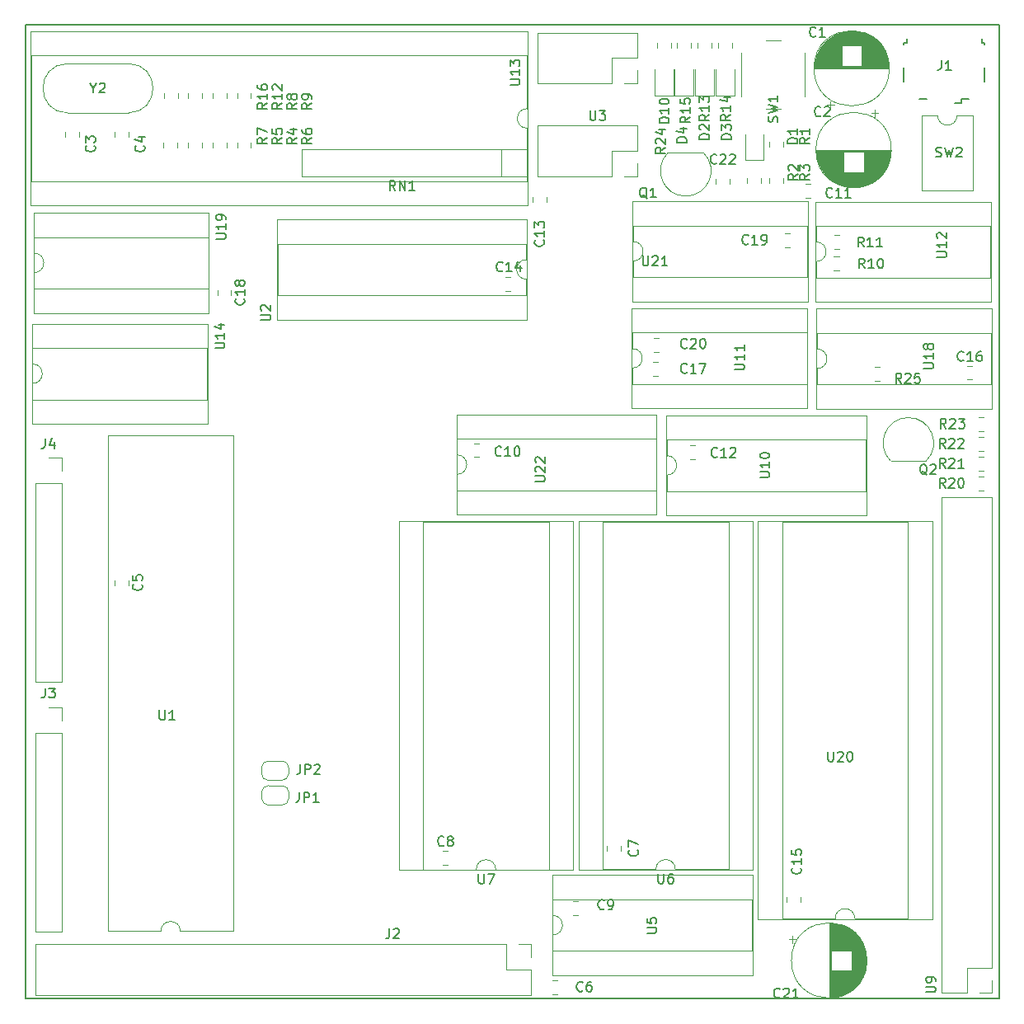
<source format=gbr>
G04 #@! TF.GenerationSoftware,KiCad,Pcbnew,(5.0.1)-4*
G04 #@! TF.CreationDate,2019-03-12T16:00:58+08:00*
G04 #@! TF.ProjectId,8051,383035312E6B696361645F7063620000,rev?*
G04 #@! TF.SameCoordinates,Original*
G04 #@! TF.FileFunction,Legend,Top*
G04 #@! TF.FilePolarity,Positive*
%FSLAX46Y46*%
G04 Gerber Fmt 4.6, Leading zero omitted, Abs format (unit mm)*
G04 Created by KiCad (PCBNEW (5.0.1)-4) date 3/12/2019 4:00:58 PM*
%MOMM*%
%LPD*%
G01*
G04 APERTURE LIST*
%ADD10C,0.200000*%
%ADD11C,0.120000*%
%ADD12C,0.150000*%
G04 APERTURE END LIST*
D10*
X114732000Y-115996920D02*
X114732000Y-15996920D01*
X14732000Y-115996920D02*
X114732000Y-115996920D01*
X14732000Y-115996920D02*
X14732000Y-15996920D01*
X14732000Y-15996920D02*
X114732000Y-15996920D01*
D11*
G04 #@! TO.C,U3*
X77580200Y-20670500D02*
X77580200Y-22000500D01*
X77580200Y-19400500D02*
X74980200Y-19400500D01*
X67300200Y-16800500D02*
X67300200Y-22000500D01*
X74980200Y-19400500D02*
X74980200Y-22000500D01*
X77580200Y-16800500D02*
X67300200Y-16800500D01*
X77580200Y-22000500D02*
X76250200Y-22000500D01*
X74980200Y-22000500D02*
X67300200Y-22000500D01*
X77580200Y-16800500D02*
X77580200Y-19400500D01*
X77580200Y-30195500D02*
X77580200Y-31525500D01*
X77580200Y-28925500D02*
X74980200Y-28925500D01*
X67300200Y-26325500D02*
X67300200Y-31525500D01*
X74980200Y-28925500D02*
X74980200Y-31525500D01*
X77580200Y-26325500D02*
X67300200Y-26325500D01*
X77580200Y-31525500D02*
X76250200Y-31525500D01*
X74980200Y-31525500D02*
X67300200Y-31525500D01*
X77580200Y-26325500D02*
X77580200Y-28925500D01*
G04 #@! TO.C,J4*
X17112000Y-60453000D02*
X18442000Y-60453000D01*
X18442000Y-60453000D02*
X18442000Y-61783000D01*
X18442000Y-63053000D02*
X18442000Y-83433000D01*
X15782000Y-83433000D02*
X18442000Y-83433000D01*
X15782000Y-63053000D02*
X15782000Y-83433000D01*
X15782000Y-63053000D02*
X18442000Y-63053000D01*
G04 #@! TO.C,J3*
X15782000Y-88699300D02*
X18442000Y-88699300D01*
X15782000Y-88699300D02*
X15782000Y-109079300D01*
X15782000Y-109079300D02*
X18442000Y-109079300D01*
X18442000Y-88699300D02*
X18442000Y-109079300D01*
X18442000Y-86099300D02*
X18442000Y-87429300D01*
X17112000Y-86099300D02*
X18442000Y-86099300D01*
G04 #@! TO.C,R12*
X32848600Y-28612878D02*
X32848600Y-28095722D01*
X31428600Y-28612878D02*
X31428600Y-28095722D01*
G04 #@! TO.C,R9*
X36483200Y-28612878D02*
X36483200Y-28095722D01*
X37903200Y-28612878D02*
X37903200Y-28095722D01*
G04 #@! TO.C,R8*
X35426700Y-28612878D02*
X35426700Y-28095722D01*
X34006700Y-28612878D02*
X34006700Y-28095722D01*
G04 #@! TO.C,R7*
X30374700Y-23030422D02*
X30374700Y-23547578D01*
X28954700Y-23030422D02*
X28954700Y-23547578D01*
G04 #@! TO.C,R16*
X30328900Y-28612878D02*
X30328900Y-28095722D01*
X28908900Y-28612878D02*
X28908900Y-28095722D01*
G04 #@! TO.C,R5*
X32848600Y-23030422D02*
X32848600Y-23547578D01*
X31428600Y-23030422D02*
X31428600Y-23547578D01*
G04 #@! TO.C,R4*
X34006700Y-23030422D02*
X34006700Y-23547578D01*
X35426700Y-23030422D02*
X35426700Y-23547578D01*
G04 #@! TO.C,R6*
X37903200Y-23030422D02*
X37903200Y-23547578D01*
X36483200Y-23030422D02*
X36483200Y-23547578D01*
G04 #@! TO.C,U7*
X53081900Y-102792000D02*
X70981900Y-102792000D01*
X53081900Y-66992000D02*
X53081900Y-102792000D01*
X70981900Y-66992000D02*
X53081900Y-66992000D01*
X70981900Y-102792000D02*
X70981900Y-66992000D01*
X55571900Y-102732000D02*
X61031900Y-102732000D01*
X55571900Y-67052000D02*
X55571900Y-102732000D01*
X68491900Y-67052000D02*
X55571900Y-67052000D01*
X68491900Y-102732000D02*
X68491900Y-67052000D01*
X63031900Y-102732000D02*
X68491900Y-102732000D01*
X61031900Y-102732000D02*
G75*
G02X63031900Y-102732000I1000000J0D01*
G01*
G04 #@! TO.C,U6*
X79474800Y-102717000D02*
G75*
G02X81474800Y-102717000I1000000J0D01*
G01*
X81474800Y-102717000D02*
X86934800Y-102717000D01*
X86934800Y-102717000D02*
X86934800Y-67037000D01*
X86934800Y-67037000D02*
X74014800Y-67037000D01*
X74014800Y-67037000D02*
X74014800Y-102717000D01*
X74014800Y-102717000D02*
X79474800Y-102717000D01*
X89424800Y-102777000D02*
X89424800Y-66977000D01*
X89424800Y-66977000D02*
X71524800Y-66977000D01*
X71524800Y-66977000D02*
X71524800Y-102777000D01*
X71524800Y-102777000D02*
X89424800Y-102777000D01*
G04 #@! TO.C,SW2*
X110408000Y-25294300D02*
G75*
G02X108408000Y-25294300I-1000000J0D01*
G01*
X108408000Y-25294300D02*
X106758000Y-25294300D01*
X106758000Y-25294300D02*
X106758000Y-33034300D01*
X106758000Y-33034300D02*
X112058000Y-33034300D01*
X112058000Y-33034300D02*
X112058000Y-25294300D01*
X112058000Y-25294300D02*
X110408000Y-25294300D01*
G04 #@! TO.C,C22*
X85650000Y-32341078D02*
X85650000Y-31823922D01*
X87070000Y-32341078D02*
X87070000Y-31823922D01*
G04 #@! TO.C,C5*
X23933100Y-73015322D02*
X23933100Y-73532478D01*
X25353100Y-73015322D02*
X25353100Y-73532478D01*
G04 #@! TO.C,C17*
X79162122Y-50592900D02*
X79679278Y-50592900D01*
X79162122Y-52012900D02*
X79679278Y-52012900D01*
G04 #@! TO.C,C16*
X111455422Y-52434600D02*
X111972578Y-52434600D01*
X111455422Y-51014600D02*
X111972578Y-51014600D01*
G04 #@! TO.C,C15*
X92914400Y-106080578D02*
X92914400Y-105563422D01*
X94334400Y-106080578D02*
X94334400Y-105563422D01*
G04 #@! TO.C,C13*
X66854000Y-33698922D02*
X66854000Y-34216078D01*
X68274000Y-33698922D02*
X68274000Y-34216078D01*
G04 #@! TO.C,C12*
X82956622Y-59173000D02*
X83473778Y-59173000D01*
X82956622Y-60593000D02*
X83473778Y-60593000D01*
G04 #@! TO.C,C19*
X93222578Y-37390000D02*
X92705422Y-37390000D01*
X93222578Y-38810000D02*
X92705422Y-38810000D01*
G04 #@! TO.C,C11*
X95368678Y-33727500D02*
X94851522Y-33727500D01*
X95368678Y-32307500D02*
X94851522Y-32307500D01*
G04 #@! TO.C,C18*
X34446100Y-43216322D02*
X34446100Y-43733478D01*
X35866100Y-43216322D02*
X35866100Y-43733478D01*
G04 #@! TO.C,C9*
X70939922Y-105970000D02*
X71457078Y-105970000D01*
X70939922Y-107390000D02*
X71457078Y-107390000D01*
G04 #@! TO.C,C8*
X57612822Y-102236000D02*
X58129978Y-102236000D01*
X57612822Y-100816000D02*
X58129978Y-100816000D01*
G04 #@! TO.C,C7*
X74474000Y-100842578D02*
X74474000Y-100325422D01*
X75894000Y-100842578D02*
X75894000Y-100325422D01*
G04 #@! TO.C,C6*
X68829422Y-115518000D02*
X69346578Y-115518000D01*
X68829422Y-114098000D02*
X69346578Y-114098000D01*
G04 #@! TO.C,C20*
X79268622Y-48182500D02*
X79785778Y-48182500D01*
X79268622Y-49602500D02*
X79785778Y-49602500D01*
G04 #@! TO.C,C10*
X60802822Y-60389800D02*
X61319978Y-60389800D01*
X60802822Y-58969800D02*
X61319978Y-58969800D01*
G04 #@! TO.C,C14*
X64505078Y-43343900D02*
X63987922Y-43343900D01*
X64505078Y-41923900D02*
X63987922Y-41923900D01*
G04 #@! TO.C,C21*
X101137100Y-112072000D02*
G75*
G03X101137100Y-112072000I-3870000J0D01*
G01*
X97267100Y-108242000D02*
X97267100Y-115902000D01*
X97307100Y-108242000D02*
X97307100Y-115902000D01*
X97347100Y-108242000D02*
X97347100Y-115902000D01*
X97387100Y-108243000D02*
X97387100Y-115901000D01*
X97427100Y-108245000D02*
X97427100Y-115899000D01*
X97467100Y-108247000D02*
X97467100Y-115897000D01*
X97507100Y-108249000D02*
X97507100Y-111032000D01*
X97507100Y-113112000D02*
X97507100Y-115895000D01*
X97547100Y-108252000D02*
X97547100Y-111032000D01*
X97547100Y-113112000D02*
X97547100Y-115892000D01*
X97587100Y-108255000D02*
X97587100Y-111032000D01*
X97587100Y-113112000D02*
X97587100Y-115889000D01*
X97627100Y-108258000D02*
X97627100Y-111032000D01*
X97627100Y-113112000D02*
X97627100Y-115886000D01*
X97667100Y-108262000D02*
X97667100Y-111032000D01*
X97667100Y-113112000D02*
X97667100Y-115882000D01*
X97707100Y-108267000D02*
X97707100Y-111032000D01*
X97707100Y-113112000D02*
X97707100Y-115877000D01*
X97747100Y-108271000D02*
X97747100Y-111032000D01*
X97747100Y-113112000D02*
X97747100Y-115873000D01*
X97787100Y-108277000D02*
X97787100Y-111032000D01*
X97787100Y-113112000D02*
X97787100Y-115867000D01*
X97827100Y-108282000D02*
X97827100Y-111032000D01*
X97827100Y-113112000D02*
X97827100Y-115862000D01*
X97867100Y-108288000D02*
X97867100Y-111032000D01*
X97867100Y-113112000D02*
X97867100Y-115856000D01*
X97907100Y-108295000D02*
X97907100Y-111032000D01*
X97907100Y-113112000D02*
X97907100Y-115849000D01*
X97947100Y-108302000D02*
X97947100Y-111032000D01*
X97947100Y-113112000D02*
X97947100Y-115842000D01*
X97988100Y-108309000D02*
X97988100Y-111032000D01*
X97988100Y-113112000D02*
X97988100Y-115835000D01*
X98028100Y-108317000D02*
X98028100Y-111032000D01*
X98028100Y-113112000D02*
X98028100Y-115827000D01*
X98068100Y-108325000D02*
X98068100Y-111032000D01*
X98068100Y-113112000D02*
X98068100Y-115819000D01*
X98108100Y-108334000D02*
X98108100Y-111032000D01*
X98108100Y-113112000D02*
X98108100Y-115810000D01*
X98148100Y-108343000D02*
X98148100Y-111032000D01*
X98148100Y-113112000D02*
X98148100Y-115801000D01*
X98188100Y-108352000D02*
X98188100Y-111032000D01*
X98188100Y-113112000D02*
X98188100Y-115792000D01*
X98228100Y-108362000D02*
X98228100Y-111032000D01*
X98228100Y-113112000D02*
X98228100Y-115782000D01*
X98268100Y-108373000D02*
X98268100Y-111032000D01*
X98268100Y-113112000D02*
X98268100Y-115771000D01*
X98308100Y-108384000D02*
X98308100Y-111032000D01*
X98308100Y-113112000D02*
X98308100Y-115760000D01*
X98348100Y-108395000D02*
X98348100Y-111032000D01*
X98348100Y-113112000D02*
X98348100Y-115749000D01*
X98388100Y-108407000D02*
X98388100Y-111032000D01*
X98388100Y-113112000D02*
X98388100Y-115737000D01*
X98428100Y-108419000D02*
X98428100Y-111032000D01*
X98428100Y-113112000D02*
X98428100Y-115725000D01*
X98468100Y-108432000D02*
X98468100Y-111032000D01*
X98468100Y-113112000D02*
X98468100Y-115712000D01*
X98508100Y-108446000D02*
X98508100Y-111032000D01*
X98508100Y-113112000D02*
X98508100Y-115698000D01*
X98548100Y-108459000D02*
X98548100Y-111032000D01*
X98548100Y-113112000D02*
X98548100Y-115685000D01*
X98588100Y-108474000D02*
X98588100Y-111032000D01*
X98588100Y-113112000D02*
X98588100Y-115670000D01*
X98628100Y-108488000D02*
X98628100Y-111032000D01*
X98628100Y-113112000D02*
X98628100Y-115656000D01*
X98668100Y-108504000D02*
X98668100Y-111032000D01*
X98668100Y-113112000D02*
X98668100Y-115640000D01*
X98708100Y-108519000D02*
X98708100Y-111032000D01*
X98708100Y-113112000D02*
X98708100Y-115625000D01*
X98748100Y-108536000D02*
X98748100Y-111032000D01*
X98748100Y-113112000D02*
X98748100Y-115608000D01*
X98788100Y-108552000D02*
X98788100Y-111032000D01*
X98788100Y-113112000D02*
X98788100Y-115592000D01*
X98828100Y-108570000D02*
X98828100Y-111032000D01*
X98828100Y-113112000D02*
X98828100Y-115574000D01*
X98868100Y-108588000D02*
X98868100Y-111032000D01*
X98868100Y-113112000D02*
X98868100Y-115556000D01*
X98908100Y-108606000D02*
X98908100Y-111032000D01*
X98908100Y-113112000D02*
X98908100Y-115538000D01*
X98948100Y-108625000D02*
X98948100Y-111032000D01*
X98948100Y-113112000D02*
X98948100Y-115519000D01*
X98988100Y-108645000D02*
X98988100Y-111032000D01*
X98988100Y-113112000D02*
X98988100Y-115499000D01*
X99028100Y-108665000D02*
X99028100Y-111032000D01*
X99028100Y-113112000D02*
X99028100Y-115479000D01*
X99068100Y-108686000D02*
X99068100Y-111032000D01*
X99068100Y-113112000D02*
X99068100Y-115458000D01*
X99108100Y-108707000D02*
X99108100Y-111032000D01*
X99108100Y-113112000D02*
X99108100Y-115437000D01*
X99148100Y-108729000D02*
X99148100Y-111032000D01*
X99148100Y-113112000D02*
X99148100Y-115415000D01*
X99188100Y-108751000D02*
X99188100Y-111032000D01*
X99188100Y-113112000D02*
X99188100Y-115393000D01*
X99228100Y-108775000D02*
X99228100Y-111032000D01*
X99228100Y-113112000D02*
X99228100Y-115369000D01*
X99268100Y-108798000D02*
X99268100Y-111032000D01*
X99268100Y-113112000D02*
X99268100Y-115346000D01*
X99308100Y-108823000D02*
X99308100Y-111032000D01*
X99308100Y-113112000D02*
X99308100Y-115321000D01*
X99348100Y-108848000D02*
X99348100Y-111032000D01*
X99348100Y-113112000D02*
X99348100Y-115296000D01*
X99388100Y-108874000D02*
X99388100Y-111032000D01*
X99388100Y-113112000D02*
X99388100Y-115270000D01*
X99428100Y-108900000D02*
X99428100Y-111032000D01*
X99428100Y-113112000D02*
X99428100Y-115244000D01*
X99468100Y-108928000D02*
X99468100Y-111032000D01*
X99468100Y-113112000D02*
X99468100Y-115216000D01*
X99508100Y-108956000D02*
X99508100Y-111032000D01*
X99508100Y-113112000D02*
X99508100Y-115188000D01*
X99548100Y-108984000D02*
X99548100Y-111032000D01*
X99548100Y-113112000D02*
X99548100Y-115160000D01*
X99588100Y-109014000D02*
X99588100Y-115130000D01*
X99628100Y-109044000D02*
X99628100Y-115100000D01*
X99668100Y-109076000D02*
X99668100Y-115068000D01*
X99708100Y-109108000D02*
X99708100Y-115036000D01*
X99748100Y-109141000D02*
X99748100Y-115003000D01*
X99788100Y-109174000D02*
X99788100Y-114970000D01*
X99828100Y-109209000D02*
X99828100Y-114935000D01*
X99868100Y-109245000D02*
X99868100Y-114899000D01*
X99908100Y-109282000D02*
X99908100Y-114862000D01*
X99948100Y-109320000D02*
X99948100Y-114824000D01*
X99988100Y-109359000D02*
X99988100Y-114785000D01*
X100028100Y-109399000D02*
X100028100Y-114745000D01*
X100068100Y-109440000D02*
X100068100Y-114704000D01*
X100108100Y-109483000D02*
X100108100Y-114661000D01*
X100148100Y-109526000D02*
X100148100Y-114618000D01*
X100188100Y-109572000D02*
X100188100Y-114572000D01*
X100228100Y-109618000D02*
X100228100Y-114526000D01*
X100268100Y-109667000D02*
X100268100Y-114477000D01*
X100308100Y-109717000D02*
X100308100Y-114427000D01*
X100348100Y-109768000D02*
X100348100Y-114376000D01*
X100388100Y-109822000D02*
X100388100Y-114322000D01*
X100428100Y-109877000D02*
X100428100Y-114267000D01*
X100468100Y-109935000D02*
X100468100Y-114209000D01*
X100508100Y-109995000D02*
X100508100Y-114149000D01*
X100548100Y-110058000D02*
X100548100Y-114086000D01*
X100588100Y-110123000D02*
X100588100Y-114021000D01*
X100628100Y-110191000D02*
X100628100Y-113953000D01*
X100668100Y-110263000D02*
X100668100Y-113881000D01*
X100708100Y-110339000D02*
X100708100Y-113805000D01*
X100748100Y-110418000D02*
X100748100Y-113726000D01*
X100788100Y-110503000D02*
X100788100Y-113641000D01*
X100828100Y-110594000D02*
X100828100Y-113550000D01*
X100868100Y-110691000D02*
X100868100Y-113453000D01*
X100908100Y-110797000D02*
X100908100Y-113347000D01*
X100948100Y-110914000D02*
X100948100Y-113230000D01*
X100988100Y-111044000D02*
X100988100Y-113100000D01*
X101028100Y-111195000D02*
X101028100Y-112949000D01*
X101068100Y-111379000D02*
X101068100Y-112765000D01*
X101108100Y-111631000D02*
X101108100Y-112513000D01*
X93124889Y-109897000D02*
X93874889Y-109897000D01*
X93499889Y-109522000D02*
X93499889Y-110272000D01*
G04 #@! TO.C,U9*
X114015000Y-64497000D02*
X108815000Y-64497000D01*
X114015000Y-112817000D02*
X114015000Y-64497000D01*
X108815000Y-115417000D02*
X108815000Y-64497000D01*
X114015000Y-112817000D02*
X111415000Y-112817000D01*
X111415000Y-112817000D02*
X111415000Y-115417000D01*
X111415000Y-115417000D02*
X108815000Y-115417000D01*
X114015000Y-114087000D02*
X114015000Y-115417000D01*
X114015000Y-115417000D02*
X112685000Y-115417000D01*
G04 #@! TO.C,JP1*
X41088500Y-96123000D02*
X39688500Y-96123000D01*
X38988500Y-95423000D02*
X38988500Y-94823000D01*
X39688500Y-94123000D02*
X41088500Y-94123000D01*
X41788500Y-94823000D02*
X41788500Y-95423000D01*
X41788500Y-95423000D02*
G75*
G02X41088500Y-96123000I-700000J0D01*
G01*
X41088500Y-94123000D02*
G75*
G02X41788500Y-94823000I0J-700000D01*
G01*
X38988500Y-94823000D02*
G75*
G02X39688500Y-94123000I700000J0D01*
G01*
X39688500Y-96123000D02*
G75*
G02X38988500Y-95423000I0J700000D01*
G01*
G04 #@! TO.C,JP2*
X39673500Y-93583000D02*
G75*
G02X38973500Y-92883000I0J700000D01*
G01*
X38973500Y-92283000D02*
G75*
G02X39673500Y-91583000I700000J0D01*
G01*
X41073500Y-91583000D02*
G75*
G02X41773500Y-92283000I0J-700000D01*
G01*
X41773500Y-92883000D02*
G75*
G02X41073500Y-93583000I-700000J0D01*
G01*
X41773500Y-92283000D02*
X41773500Y-92883000D01*
X39673500Y-91583000D02*
X41073500Y-91583000D01*
X38973500Y-92883000D02*
X38973500Y-92283000D01*
X41073500Y-93583000D02*
X39673500Y-93583000D01*
G04 #@! TO.C,U5*
X68890800Y-107453000D02*
G75*
G02X68890800Y-109453000I0J-1000000D01*
G01*
X68890800Y-109453000D02*
X68890800Y-111103000D01*
X68890800Y-111103000D02*
X89330800Y-111103000D01*
X89330800Y-111103000D02*
X89330800Y-105803000D01*
X89330800Y-105803000D02*
X68890800Y-105803000D01*
X68890800Y-105803000D02*
X68890800Y-107453000D01*
X68830800Y-113593000D02*
X89390800Y-113593000D01*
X89390800Y-113593000D02*
X89390800Y-103313000D01*
X89390800Y-103313000D02*
X68830800Y-103313000D01*
X68830800Y-103313000D02*
X68830800Y-113593000D01*
G04 #@! TO.C,U11*
X77074700Y-49241200D02*
G75*
G02X77074700Y-51241200I0J-1000000D01*
G01*
X77074700Y-51241200D02*
X77074700Y-52891200D01*
X77074700Y-52891200D02*
X94974700Y-52891200D01*
X94974700Y-52891200D02*
X94974700Y-47591200D01*
X94974700Y-47591200D02*
X77074700Y-47591200D01*
X77074700Y-47591200D02*
X77074700Y-49241200D01*
X77014700Y-55381200D02*
X95034700Y-55381200D01*
X95034700Y-55381200D02*
X95034700Y-45101200D01*
X95034700Y-45101200D02*
X77014700Y-45101200D01*
X77014700Y-45101200D02*
X77014700Y-55381200D01*
G04 #@! TO.C,Y2*
X25313000Y-25034500D02*
X19063000Y-25034500D01*
X25313000Y-19984500D02*
X19063000Y-19984500D01*
X25313000Y-19984500D02*
G75*
G02X25313000Y-25034500I0J-2525000D01*
G01*
X19063000Y-19984500D02*
G75*
G03X19063000Y-25034500I0J-2525000D01*
G01*
G04 #@! TO.C,C3*
X20268000Y-26998422D02*
X20268000Y-27515578D01*
X18848000Y-26998422D02*
X18848000Y-27515578D01*
G04 #@! TO.C,C1*
X97033200Y-24229111D02*
X97783200Y-24229111D01*
X97408200Y-24604111D02*
X97408200Y-23854111D01*
X99142200Y-16620900D02*
X100024200Y-16620900D01*
X98890200Y-16660900D02*
X100276200Y-16660900D01*
X98706200Y-16700900D02*
X100460200Y-16700900D01*
X98555200Y-16740900D02*
X100611200Y-16740900D01*
X98425200Y-16780900D02*
X100741200Y-16780900D01*
X98308200Y-16820900D02*
X100858200Y-16820900D01*
X98202200Y-16860900D02*
X100964200Y-16860900D01*
X98105200Y-16900900D02*
X101061200Y-16900900D01*
X98014200Y-16940900D02*
X101152200Y-16940900D01*
X97929200Y-16980900D02*
X101237200Y-16980900D01*
X97850200Y-17020900D02*
X101316200Y-17020900D01*
X97774200Y-17060900D02*
X101392200Y-17060900D01*
X97702200Y-17100900D02*
X101464200Y-17100900D01*
X97634200Y-17140900D02*
X101532200Y-17140900D01*
X97569200Y-17180900D02*
X101597200Y-17180900D01*
X97506200Y-17220900D02*
X101660200Y-17220900D01*
X97446200Y-17260900D02*
X101720200Y-17260900D01*
X97388200Y-17300900D02*
X101778200Y-17300900D01*
X97333200Y-17340900D02*
X101833200Y-17340900D01*
X97279200Y-17380900D02*
X101887200Y-17380900D01*
X97228200Y-17420900D02*
X101938200Y-17420900D01*
X97178200Y-17460900D02*
X101988200Y-17460900D01*
X97129200Y-17500900D02*
X102037200Y-17500900D01*
X97083200Y-17540900D02*
X102083200Y-17540900D01*
X97037200Y-17580900D02*
X102129200Y-17580900D01*
X96994200Y-17620900D02*
X102172200Y-17620900D01*
X96951200Y-17660900D02*
X102215200Y-17660900D01*
X96910200Y-17700900D02*
X102256200Y-17700900D01*
X96870200Y-17740900D02*
X102296200Y-17740900D01*
X96831200Y-17780900D02*
X102335200Y-17780900D01*
X96793200Y-17820900D02*
X102373200Y-17820900D01*
X96756200Y-17860900D02*
X102410200Y-17860900D01*
X96720200Y-17900900D02*
X102446200Y-17900900D01*
X96685200Y-17940900D02*
X102481200Y-17940900D01*
X96652200Y-17980900D02*
X102514200Y-17980900D01*
X96619200Y-18020900D02*
X102547200Y-18020900D01*
X96587200Y-18060900D02*
X102579200Y-18060900D01*
X96555200Y-18100900D02*
X102611200Y-18100900D01*
X96525200Y-18140900D02*
X102641200Y-18140900D01*
X100623200Y-18180900D02*
X102671200Y-18180900D01*
X96495200Y-18180900D02*
X98543200Y-18180900D01*
X100623200Y-18220900D02*
X102699200Y-18220900D01*
X96467200Y-18220900D02*
X98543200Y-18220900D01*
X100623200Y-18260900D02*
X102727200Y-18260900D01*
X96439200Y-18260900D02*
X98543200Y-18260900D01*
X100623200Y-18300900D02*
X102755200Y-18300900D01*
X96411200Y-18300900D02*
X98543200Y-18300900D01*
X100623200Y-18340900D02*
X102781200Y-18340900D01*
X96385200Y-18340900D02*
X98543200Y-18340900D01*
X100623200Y-18380900D02*
X102807200Y-18380900D01*
X96359200Y-18380900D02*
X98543200Y-18380900D01*
X100623200Y-18420900D02*
X102832200Y-18420900D01*
X96334200Y-18420900D02*
X98543200Y-18420900D01*
X100623200Y-18460900D02*
X102857200Y-18460900D01*
X96309200Y-18460900D02*
X98543200Y-18460900D01*
X100623200Y-18500900D02*
X102880200Y-18500900D01*
X96286200Y-18500900D02*
X98543200Y-18500900D01*
X100623200Y-18540900D02*
X102904200Y-18540900D01*
X96262200Y-18540900D02*
X98543200Y-18540900D01*
X100623200Y-18580900D02*
X102926200Y-18580900D01*
X96240200Y-18580900D02*
X98543200Y-18580900D01*
X100623200Y-18620900D02*
X102948200Y-18620900D01*
X96218200Y-18620900D02*
X98543200Y-18620900D01*
X100623200Y-18660900D02*
X102969200Y-18660900D01*
X96197200Y-18660900D02*
X98543200Y-18660900D01*
X100623200Y-18700900D02*
X102990200Y-18700900D01*
X96176200Y-18700900D02*
X98543200Y-18700900D01*
X100623200Y-18740900D02*
X103010200Y-18740900D01*
X96156200Y-18740900D02*
X98543200Y-18740900D01*
X100623200Y-18780900D02*
X103030200Y-18780900D01*
X96136200Y-18780900D02*
X98543200Y-18780900D01*
X100623200Y-18820900D02*
X103049200Y-18820900D01*
X96117200Y-18820900D02*
X98543200Y-18820900D01*
X100623200Y-18860900D02*
X103067200Y-18860900D01*
X96099200Y-18860900D02*
X98543200Y-18860900D01*
X100623200Y-18900900D02*
X103085200Y-18900900D01*
X96081200Y-18900900D02*
X98543200Y-18900900D01*
X100623200Y-18940900D02*
X103103200Y-18940900D01*
X96063200Y-18940900D02*
X98543200Y-18940900D01*
X100623200Y-18980900D02*
X103119200Y-18980900D01*
X96047200Y-18980900D02*
X98543200Y-18980900D01*
X100623200Y-19020900D02*
X103136200Y-19020900D01*
X96030200Y-19020900D02*
X98543200Y-19020900D01*
X100623200Y-19060900D02*
X103151200Y-19060900D01*
X96015200Y-19060900D02*
X98543200Y-19060900D01*
X100623200Y-19100900D02*
X103167200Y-19100900D01*
X95999200Y-19100900D02*
X98543200Y-19100900D01*
X100623200Y-19140900D02*
X103181200Y-19140900D01*
X95985200Y-19140900D02*
X98543200Y-19140900D01*
X100623200Y-19180900D02*
X103196200Y-19180900D01*
X95970200Y-19180900D02*
X98543200Y-19180900D01*
X100623200Y-19220900D02*
X103209200Y-19220900D01*
X95957200Y-19220900D02*
X98543200Y-19220900D01*
X100623200Y-19260900D02*
X103223200Y-19260900D01*
X95943200Y-19260900D02*
X98543200Y-19260900D01*
X100623200Y-19300900D02*
X103236200Y-19300900D01*
X95930200Y-19300900D02*
X98543200Y-19300900D01*
X100623200Y-19340900D02*
X103248200Y-19340900D01*
X95918200Y-19340900D02*
X98543200Y-19340900D01*
X100623200Y-19380900D02*
X103260200Y-19380900D01*
X95906200Y-19380900D02*
X98543200Y-19380900D01*
X100623200Y-19420900D02*
X103271200Y-19420900D01*
X95895200Y-19420900D02*
X98543200Y-19420900D01*
X100623200Y-19460900D02*
X103282200Y-19460900D01*
X95884200Y-19460900D02*
X98543200Y-19460900D01*
X100623200Y-19500900D02*
X103293200Y-19500900D01*
X95873200Y-19500900D02*
X98543200Y-19500900D01*
X100623200Y-19540900D02*
X103303200Y-19540900D01*
X95863200Y-19540900D02*
X98543200Y-19540900D01*
X100623200Y-19580900D02*
X103312200Y-19580900D01*
X95854200Y-19580900D02*
X98543200Y-19580900D01*
X100623200Y-19620900D02*
X103321200Y-19620900D01*
X95845200Y-19620900D02*
X98543200Y-19620900D01*
X100623200Y-19660900D02*
X103330200Y-19660900D01*
X95836200Y-19660900D02*
X98543200Y-19660900D01*
X100623200Y-19700900D02*
X103338200Y-19700900D01*
X95828200Y-19700900D02*
X98543200Y-19700900D01*
X100623200Y-19740900D02*
X103346200Y-19740900D01*
X95820200Y-19740900D02*
X98543200Y-19740900D01*
X100623200Y-19781900D02*
X103353200Y-19781900D01*
X95813200Y-19781900D02*
X98543200Y-19781900D01*
X100623200Y-19821900D02*
X103360200Y-19821900D01*
X95806200Y-19821900D02*
X98543200Y-19821900D01*
X100623200Y-19861900D02*
X103367200Y-19861900D01*
X95799200Y-19861900D02*
X98543200Y-19861900D01*
X100623200Y-19901900D02*
X103373200Y-19901900D01*
X95793200Y-19901900D02*
X98543200Y-19901900D01*
X100623200Y-19941900D02*
X103378200Y-19941900D01*
X95788200Y-19941900D02*
X98543200Y-19941900D01*
X100623200Y-19981900D02*
X103384200Y-19981900D01*
X95782200Y-19981900D02*
X98543200Y-19981900D01*
X100623200Y-20021900D02*
X103388200Y-20021900D01*
X95778200Y-20021900D02*
X98543200Y-20021900D01*
X100623200Y-20061900D02*
X103393200Y-20061900D01*
X95773200Y-20061900D02*
X98543200Y-20061900D01*
X100623200Y-20101900D02*
X103397200Y-20101900D01*
X95769200Y-20101900D02*
X98543200Y-20101900D01*
X100623200Y-20141900D02*
X103400200Y-20141900D01*
X95766200Y-20141900D02*
X98543200Y-20141900D01*
X100623200Y-20181900D02*
X103403200Y-20181900D01*
X95763200Y-20181900D02*
X98543200Y-20181900D01*
X100623200Y-20221900D02*
X103406200Y-20221900D01*
X95760200Y-20221900D02*
X98543200Y-20221900D01*
X95758200Y-20261900D02*
X103408200Y-20261900D01*
X95756200Y-20301900D02*
X103410200Y-20301900D01*
X95754200Y-20341900D02*
X103412200Y-20341900D01*
X95753200Y-20381900D02*
X103413200Y-20381900D01*
X95753200Y-20421900D02*
X103413200Y-20421900D01*
X95753200Y-20461900D02*
X103413200Y-20461900D01*
X103453200Y-20461900D02*
G75*
G03X103453200Y-20461900I-3870000J0D01*
G01*
G04 #@! TO.C,C2*
X103651400Y-28839500D02*
G75*
G03X103651400Y-28839500I-3870000J0D01*
G01*
X103611400Y-28839500D02*
X95951400Y-28839500D01*
X103611400Y-28879500D02*
X95951400Y-28879500D01*
X103611400Y-28919500D02*
X95951400Y-28919500D01*
X103610400Y-28959500D02*
X95952400Y-28959500D01*
X103608400Y-28999500D02*
X95954400Y-28999500D01*
X103606400Y-29039500D02*
X95956400Y-29039500D01*
X103604400Y-29079500D02*
X100821400Y-29079500D01*
X98741400Y-29079500D02*
X95958400Y-29079500D01*
X103601400Y-29119500D02*
X100821400Y-29119500D01*
X98741400Y-29119500D02*
X95961400Y-29119500D01*
X103598400Y-29159500D02*
X100821400Y-29159500D01*
X98741400Y-29159500D02*
X95964400Y-29159500D01*
X103595400Y-29199500D02*
X100821400Y-29199500D01*
X98741400Y-29199500D02*
X95967400Y-29199500D01*
X103591400Y-29239500D02*
X100821400Y-29239500D01*
X98741400Y-29239500D02*
X95971400Y-29239500D01*
X103586400Y-29279500D02*
X100821400Y-29279500D01*
X98741400Y-29279500D02*
X95976400Y-29279500D01*
X103582400Y-29319500D02*
X100821400Y-29319500D01*
X98741400Y-29319500D02*
X95980400Y-29319500D01*
X103576400Y-29359500D02*
X100821400Y-29359500D01*
X98741400Y-29359500D02*
X95986400Y-29359500D01*
X103571400Y-29399500D02*
X100821400Y-29399500D01*
X98741400Y-29399500D02*
X95991400Y-29399500D01*
X103565400Y-29439500D02*
X100821400Y-29439500D01*
X98741400Y-29439500D02*
X95997400Y-29439500D01*
X103558400Y-29479500D02*
X100821400Y-29479500D01*
X98741400Y-29479500D02*
X96004400Y-29479500D01*
X103551400Y-29519500D02*
X100821400Y-29519500D01*
X98741400Y-29519500D02*
X96011400Y-29519500D01*
X103544400Y-29560500D02*
X100821400Y-29560500D01*
X98741400Y-29560500D02*
X96018400Y-29560500D01*
X103536400Y-29600500D02*
X100821400Y-29600500D01*
X98741400Y-29600500D02*
X96026400Y-29600500D01*
X103528400Y-29640500D02*
X100821400Y-29640500D01*
X98741400Y-29640500D02*
X96034400Y-29640500D01*
X103519400Y-29680500D02*
X100821400Y-29680500D01*
X98741400Y-29680500D02*
X96043400Y-29680500D01*
X103510400Y-29720500D02*
X100821400Y-29720500D01*
X98741400Y-29720500D02*
X96052400Y-29720500D01*
X103501400Y-29760500D02*
X100821400Y-29760500D01*
X98741400Y-29760500D02*
X96061400Y-29760500D01*
X103491400Y-29800500D02*
X100821400Y-29800500D01*
X98741400Y-29800500D02*
X96071400Y-29800500D01*
X103480400Y-29840500D02*
X100821400Y-29840500D01*
X98741400Y-29840500D02*
X96082400Y-29840500D01*
X103469400Y-29880500D02*
X100821400Y-29880500D01*
X98741400Y-29880500D02*
X96093400Y-29880500D01*
X103458400Y-29920500D02*
X100821400Y-29920500D01*
X98741400Y-29920500D02*
X96104400Y-29920500D01*
X103446400Y-29960500D02*
X100821400Y-29960500D01*
X98741400Y-29960500D02*
X96116400Y-29960500D01*
X103434400Y-30000500D02*
X100821400Y-30000500D01*
X98741400Y-30000500D02*
X96128400Y-30000500D01*
X103421400Y-30040500D02*
X100821400Y-30040500D01*
X98741400Y-30040500D02*
X96141400Y-30040500D01*
X103407400Y-30080500D02*
X100821400Y-30080500D01*
X98741400Y-30080500D02*
X96155400Y-30080500D01*
X103394400Y-30120500D02*
X100821400Y-30120500D01*
X98741400Y-30120500D02*
X96168400Y-30120500D01*
X103379400Y-30160500D02*
X100821400Y-30160500D01*
X98741400Y-30160500D02*
X96183400Y-30160500D01*
X103365400Y-30200500D02*
X100821400Y-30200500D01*
X98741400Y-30200500D02*
X96197400Y-30200500D01*
X103349400Y-30240500D02*
X100821400Y-30240500D01*
X98741400Y-30240500D02*
X96213400Y-30240500D01*
X103334400Y-30280500D02*
X100821400Y-30280500D01*
X98741400Y-30280500D02*
X96228400Y-30280500D01*
X103317400Y-30320500D02*
X100821400Y-30320500D01*
X98741400Y-30320500D02*
X96245400Y-30320500D01*
X103301400Y-30360500D02*
X100821400Y-30360500D01*
X98741400Y-30360500D02*
X96261400Y-30360500D01*
X103283400Y-30400500D02*
X100821400Y-30400500D01*
X98741400Y-30400500D02*
X96279400Y-30400500D01*
X103265400Y-30440500D02*
X100821400Y-30440500D01*
X98741400Y-30440500D02*
X96297400Y-30440500D01*
X103247400Y-30480500D02*
X100821400Y-30480500D01*
X98741400Y-30480500D02*
X96315400Y-30480500D01*
X103228400Y-30520500D02*
X100821400Y-30520500D01*
X98741400Y-30520500D02*
X96334400Y-30520500D01*
X103208400Y-30560500D02*
X100821400Y-30560500D01*
X98741400Y-30560500D02*
X96354400Y-30560500D01*
X103188400Y-30600500D02*
X100821400Y-30600500D01*
X98741400Y-30600500D02*
X96374400Y-30600500D01*
X103167400Y-30640500D02*
X100821400Y-30640500D01*
X98741400Y-30640500D02*
X96395400Y-30640500D01*
X103146400Y-30680500D02*
X100821400Y-30680500D01*
X98741400Y-30680500D02*
X96416400Y-30680500D01*
X103124400Y-30720500D02*
X100821400Y-30720500D01*
X98741400Y-30720500D02*
X96438400Y-30720500D01*
X103102400Y-30760500D02*
X100821400Y-30760500D01*
X98741400Y-30760500D02*
X96460400Y-30760500D01*
X103078400Y-30800500D02*
X100821400Y-30800500D01*
X98741400Y-30800500D02*
X96484400Y-30800500D01*
X103055400Y-30840500D02*
X100821400Y-30840500D01*
X98741400Y-30840500D02*
X96507400Y-30840500D01*
X103030400Y-30880500D02*
X100821400Y-30880500D01*
X98741400Y-30880500D02*
X96532400Y-30880500D01*
X103005400Y-30920500D02*
X100821400Y-30920500D01*
X98741400Y-30920500D02*
X96557400Y-30920500D01*
X102979400Y-30960500D02*
X100821400Y-30960500D01*
X98741400Y-30960500D02*
X96583400Y-30960500D01*
X102953400Y-31000500D02*
X100821400Y-31000500D01*
X98741400Y-31000500D02*
X96609400Y-31000500D01*
X102925400Y-31040500D02*
X100821400Y-31040500D01*
X98741400Y-31040500D02*
X96637400Y-31040500D01*
X102897400Y-31080500D02*
X100821400Y-31080500D01*
X98741400Y-31080500D02*
X96665400Y-31080500D01*
X102869400Y-31120500D02*
X100821400Y-31120500D01*
X98741400Y-31120500D02*
X96693400Y-31120500D01*
X102839400Y-31160500D02*
X96723400Y-31160500D01*
X102809400Y-31200500D02*
X96753400Y-31200500D01*
X102777400Y-31240500D02*
X96785400Y-31240500D01*
X102745400Y-31280500D02*
X96817400Y-31280500D01*
X102712400Y-31320500D02*
X96850400Y-31320500D01*
X102679400Y-31360500D02*
X96883400Y-31360500D01*
X102644400Y-31400500D02*
X96918400Y-31400500D01*
X102608400Y-31440500D02*
X96954400Y-31440500D01*
X102571400Y-31480500D02*
X96991400Y-31480500D01*
X102533400Y-31520500D02*
X97029400Y-31520500D01*
X102494400Y-31560500D02*
X97068400Y-31560500D01*
X102454400Y-31600500D02*
X97108400Y-31600500D01*
X102413400Y-31640500D02*
X97149400Y-31640500D01*
X102370400Y-31680500D02*
X97192400Y-31680500D01*
X102327400Y-31720500D02*
X97235400Y-31720500D01*
X102281400Y-31760500D02*
X97281400Y-31760500D01*
X102235400Y-31800500D02*
X97327400Y-31800500D01*
X102186400Y-31840500D02*
X97376400Y-31840500D01*
X102136400Y-31880500D02*
X97426400Y-31880500D01*
X102085400Y-31920500D02*
X97477400Y-31920500D01*
X102031400Y-31960500D02*
X97531400Y-31960500D01*
X101976400Y-32000500D02*
X97586400Y-32000500D01*
X101918400Y-32040500D02*
X97644400Y-32040500D01*
X101858400Y-32080500D02*
X97704400Y-32080500D01*
X101795400Y-32120500D02*
X97767400Y-32120500D01*
X101730400Y-32160500D02*
X97832400Y-32160500D01*
X101662400Y-32200500D02*
X97900400Y-32200500D01*
X101590400Y-32240500D02*
X97972400Y-32240500D01*
X101514400Y-32280500D02*
X98048400Y-32280500D01*
X101435400Y-32320500D02*
X98127400Y-32320500D01*
X101350400Y-32360500D02*
X98212400Y-32360500D01*
X101259400Y-32400500D02*
X98303400Y-32400500D01*
X101162400Y-32440500D02*
X98400400Y-32440500D01*
X101056400Y-32480500D02*
X98506400Y-32480500D01*
X100939400Y-32520500D02*
X98623400Y-32520500D01*
X100809400Y-32560500D02*
X98753400Y-32560500D01*
X100658400Y-32600500D02*
X98904400Y-32600500D01*
X100474400Y-32640500D02*
X99088400Y-32640500D01*
X100222400Y-32680500D02*
X99340400Y-32680500D01*
X101956400Y-24697289D02*
X101956400Y-25447289D01*
X102331400Y-25072289D02*
X101581400Y-25072289D01*
G04 #@! TO.C,D10*
X79382700Y-20554400D02*
X79382700Y-23239400D01*
X79382700Y-23239400D02*
X81302700Y-23239400D01*
X81302700Y-23239400D02*
X81302700Y-20554400D01*
G04 #@! TO.C,R21*
X112631422Y-61766500D02*
X113148578Y-61766500D01*
X112631422Y-60346500D02*
X113148578Y-60346500D01*
G04 #@! TO.C,R25*
X101927422Y-51106000D02*
X102444578Y-51106000D01*
X101927422Y-52526000D02*
X102444578Y-52526000D01*
G04 #@! TO.C,R24*
X79637800Y-17834122D02*
X79637800Y-18351278D01*
X81057800Y-17834122D02*
X81057800Y-18351278D01*
G04 #@! TO.C,R22*
X112631422Y-58314500D02*
X113148578Y-58314500D01*
X112631422Y-59734500D02*
X113148578Y-59734500D01*
G04 #@! TO.C,R20*
X112631422Y-63798500D02*
X113148578Y-63798500D01*
X112631422Y-62378500D02*
X113148578Y-62378500D01*
G04 #@! TO.C,R23*
X112631422Y-56282500D02*
X113148578Y-56282500D01*
X112631422Y-57702500D02*
X113148578Y-57702500D01*
G04 #@! TO.C,J2*
X15772000Y-110399000D02*
X15772000Y-115599000D01*
X64092000Y-110399000D02*
X15772000Y-110399000D01*
X66692000Y-115599000D02*
X15772000Y-115599000D01*
X64092000Y-110399000D02*
X64092000Y-112999000D01*
X64092000Y-112999000D02*
X66692000Y-112999000D01*
X66692000Y-112999000D02*
X66692000Y-115599000D01*
X65362000Y-110399000D02*
X66692000Y-110399000D01*
X66692000Y-110399000D02*
X66692000Y-111729000D01*
G04 #@! TO.C,U10*
X80607900Y-60229200D02*
G75*
G02X80607900Y-62229200I0J-1000000D01*
G01*
X80607900Y-62229200D02*
X80607900Y-63879200D01*
X80607900Y-63879200D02*
X101047900Y-63879200D01*
X101047900Y-63879200D02*
X101047900Y-58579200D01*
X101047900Y-58579200D02*
X80607900Y-58579200D01*
X80607900Y-58579200D02*
X80607900Y-60229200D01*
X80547900Y-66369200D02*
X101107900Y-66369200D01*
X101107900Y-66369200D02*
X101107900Y-56089200D01*
X101107900Y-56089200D02*
X80547900Y-56089200D01*
X80547900Y-56089200D02*
X80547900Y-66369200D01*
G04 #@! TO.C,U2*
X66183800Y-42117500D02*
G75*
G02X66183800Y-40117500I0J1000000D01*
G01*
X66183800Y-40117500D02*
X66183800Y-38467500D01*
X66183800Y-38467500D02*
X40663800Y-38467500D01*
X40663800Y-38467500D02*
X40663800Y-43767500D01*
X40663800Y-43767500D02*
X66183800Y-43767500D01*
X66183800Y-43767500D02*
X66183800Y-42117500D01*
X66243800Y-35977500D02*
X40603800Y-35977500D01*
X40603800Y-35977500D02*
X40603800Y-46257500D01*
X40603800Y-46257500D02*
X66243800Y-46257500D01*
X66243800Y-46257500D02*
X66243800Y-35977500D01*
G04 #@! TO.C,SW1*
X94768300Y-23376400D02*
X94768300Y-18876400D01*
X90768300Y-24626400D02*
X92268300Y-24626400D01*
X88268300Y-18876400D02*
X88268300Y-23376400D01*
X92268300Y-17626400D02*
X90768300Y-17626400D01*
D12*
G04 #@! TO.C,J1*
X113235000Y-21831100D02*
X113235000Y-20431100D01*
X113235000Y-18031100D02*
X113235000Y-17881100D01*
X113235000Y-17881100D02*
X112935000Y-17881100D01*
X112935000Y-17881100D02*
X112935000Y-17431100D01*
X105235000Y-17431100D02*
X105235000Y-17881100D01*
X105235000Y-17881100D02*
X104935000Y-17881100D01*
X104935000Y-17881100D02*
X104935000Y-18031100D01*
X104935000Y-20431100D02*
X104935000Y-21831100D01*
X110160000Y-24006100D02*
X110885000Y-24006100D01*
X110885000Y-24006100D02*
X110885000Y-23581100D01*
X110885000Y-23581100D02*
X111610000Y-23581100D01*
X107285000Y-23581100D02*
X106560000Y-23581100D01*
D11*
G04 #@! TO.C,D4*
X81381800Y-20557000D02*
X81381800Y-23242000D01*
X81381800Y-23242000D02*
X83301800Y-23242000D01*
X83301800Y-23242000D02*
X83301800Y-20557000D01*
G04 #@! TO.C,D3*
X87550500Y-23242000D02*
X87550500Y-20557000D01*
X85630500Y-23242000D02*
X87550500Y-23242000D01*
X85630500Y-20557000D02*
X85630500Y-23242000D01*
G04 #@! TO.C,U14*
X15464500Y-50818500D02*
G75*
G02X15464500Y-52818500I0J-1000000D01*
G01*
X15464500Y-52818500D02*
X15464500Y-54468500D01*
X15464500Y-54468500D02*
X33364500Y-54468500D01*
X33364500Y-54468500D02*
X33364500Y-49168500D01*
X33364500Y-49168500D02*
X15464500Y-49168500D01*
X15464500Y-49168500D02*
X15464500Y-50818500D01*
X15404500Y-56958500D02*
X33424500Y-56958500D01*
X33424500Y-56958500D02*
X33424500Y-46678500D01*
X33424500Y-46678500D02*
X15404500Y-46678500D01*
X15404500Y-46678500D02*
X15404500Y-56958500D01*
G04 #@! TO.C,U21*
X77093500Y-34118200D02*
X77093500Y-44398200D01*
X95113500Y-34118200D02*
X77093500Y-34118200D01*
X95113500Y-44398200D02*
X95113500Y-34118200D01*
X77093500Y-44398200D02*
X95113500Y-44398200D01*
X77153500Y-36608200D02*
X77153500Y-38258200D01*
X95053500Y-36608200D02*
X77153500Y-36608200D01*
X95053500Y-41908200D02*
X95053500Y-36608200D01*
X77153500Y-41908200D02*
X95053500Y-41908200D01*
X77153500Y-40258200D02*
X77153500Y-41908200D01*
X77153500Y-38258200D02*
G75*
G02X77153500Y-40258200I0J-1000000D01*
G01*
G04 #@! TO.C,U22*
X58993400Y-56013000D02*
X58993400Y-66293000D01*
X79553400Y-56013000D02*
X58993400Y-56013000D01*
X79553400Y-66293000D02*
X79553400Y-56013000D01*
X58993400Y-66293000D02*
X79553400Y-66293000D01*
X59053400Y-58503000D02*
X59053400Y-60153000D01*
X79493400Y-58503000D02*
X59053400Y-58503000D01*
X79493400Y-63803000D02*
X79493400Y-58503000D01*
X59053400Y-63803000D02*
X79493400Y-63803000D01*
X59053400Y-62153000D02*
X59053400Y-63803000D01*
X59053400Y-60153000D02*
G75*
G02X59053400Y-62153000I0J-1000000D01*
G01*
G04 #@! TO.C,U20*
X97903000Y-107761000D02*
G75*
G02X99903000Y-107761000I1000000J0D01*
G01*
X99903000Y-107761000D02*
X105363000Y-107761000D01*
X105363000Y-107761000D02*
X105363000Y-67001000D01*
X105363000Y-67001000D02*
X92443000Y-67001000D01*
X92443000Y-67001000D02*
X92443000Y-107761000D01*
X92443000Y-107761000D02*
X97903000Y-107761000D01*
X107853000Y-107821000D02*
X107853000Y-66941000D01*
X107853000Y-66941000D02*
X89953000Y-66941000D01*
X89953000Y-66941000D02*
X89953000Y-107821000D01*
X89953000Y-107821000D02*
X107853000Y-107821000D01*
G04 #@! TO.C,U13*
X66252400Y-26608300D02*
G75*
G02X66252400Y-24608300I0J1000000D01*
G01*
X66252400Y-24608300D02*
X66252400Y-19148300D01*
X66252400Y-19148300D02*
X15332400Y-19148300D01*
X15332400Y-19148300D02*
X15332400Y-32068300D01*
X15332400Y-32068300D02*
X66252400Y-32068300D01*
X66252400Y-32068300D02*
X66252400Y-26608300D01*
X66312400Y-16658300D02*
X15272400Y-16658300D01*
X15272400Y-16658300D02*
X15272400Y-34558300D01*
X15272400Y-34558300D02*
X66312400Y-34558300D01*
X66312400Y-34558300D02*
X66312400Y-16658300D01*
G04 #@! TO.C,Q2*
X107248478Y-60766478D02*
G75*
G03X105410000Y-56328000I-1838478J1838478D01*
G01*
X103571522Y-60766478D02*
G75*
G02X105410000Y-56328000I1838478J1838478D01*
G01*
X103610000Y-60778000D02*
X107210000Y-60778000D01*
G04 #@! TO.C,Q1*
X84350000Y-29138000D02*
X80750000Y-29138000D01*
X84388478Y-29149522D02*
G75*
G02X82550000Y-33588000I-1838478J-1838478D01*
G01*
X80711522Y-29149522D02*
G75*
G03X82550000Y-33588000I1838478J-1838478D01*
G01*
G04 #@! TO.C,R13*
X85182000Y-17831622D02*
X85182000Y-18348778D01*
X83762000Y-17831622D02*
X83762000Y-18348778D01*
G04 #@! TO.C,R15*
X81637600Y-17831622D02*
X81637600Y-18348778D01*
X83057600Y-17831622D02*
X83057600Y-18348778D01*
G04 #@! TO.C,R14*
X87306300Y-17831622D02*
X87306300Y-18348778D01*
X85886300Y-17831622D02*
X85886300Y-18348778D01*
G04 #@! TO.C,C4*
X25348000Y-26998422D02*
X25348000Y-27515578D01*
X23928000Y-26998422D02*
X23928000Y-27515578D01*
G04 #@! TO.C,D1*
X90556000Y-29909200D02*
X90556000Y-27224200D01*
X88636000Y-29909200D02*
X90556000Y-29909200D01*
X88636000Y-27224200D02*
X88636000Y-29909200D01*
G04 #@! TO.C,D2*
X83506200Y-20557000D02*
X83506200Y-23242000D01*
X83506200Y-23242000D02*
X85426200Y-23242000D01*
X85426200Y-23242000D02*
X85426200Y-20557000D01*
G04 #@! TO.C,U19*
X15562000Y-35301900D02*
X15562000Y-45581900D01*
X33582000Y-35301900D02*
X15562000Y-35301900D01*
X33582000Y-45581900D02*
X33582000Y-35301900D01*
X15562000Y-45581900D02*
X33582000Y-45581900D01*
X15622000Y-37791900D02*
X15622000Y-39441900D01*
X33522000Y-37791900D02*
X15622000Y-37791900D01*
X33522000Y-43091900D02*
X33522000Y-37791900D01*
X15622000Y-43091900D02*
X33522000Y-43091900D01*
X15622000Y-41441900D02*
X15622000Y-43091900D01*
X15622000Y-39441900D02*
G75*
G02X15622000Y-41441900I0J-1000000D01*
G01*
G04 #@! TO.C,U18*
X96035800Y-49286900D02*
G75*
G02X96035800Y-51286900I0J-1000000D01*
G01*
X96035800Y-51286900D02*
X96035800Y-52936900D01*
X96035800Y-52936900D02*
X113935800Y-52936900D01*
X113935800Y-52936900D02*
X113935800Y-47636900D01*
X113935800Y-47636900D02*
X96035800Y-47636900D01*
X96035800Y-47636900D02*
X96035800Y-49286900D01*
X95975800Y-55426900D02*
X113995800Y-55426900D01*
X113995800Y-55426900D02*
X113995800Y-45146900D01*
X113995800Y-45146900D02*
X95975800Y-45146900D01*
X95975800Y-45146900D02*
X95975800Y-55426900D01*
G04 #@! TO.C,U12*
X95889500Y-34153800D02*
X95889500Y-44433800D01*
X113909500Y-34153800D02*
X95889500Y-34153800D01*
X113909500Y-44433800D02*
X113909500Y-34153800D01*
X95889500Y-44433800D02*
X113909500Y-44433800D01*
X95949500Y-36643800D02*
X95949500Y-38293800D01*
X113849500Y-36643800D02*
X95949500Y-36643800D01*
X113849500Y-41943800D02*
X113849500Y-36643800D01*
X95949500Y-41943800D02*
X113849500Y-41943800D01*
X95949500Y-40293800D02*
X95949500Y-41943800D01*
X95949500Y-38293800D02*
G75*
G02X95949500Y-40293800I0J-1000000D01*
G01*
G04 #@! TO.C,U1*
X28649400Y-109074000D02*
G75*
G02X30649400Y-109074000I1000000J0D01*
G01*
X30649400Y-109074000D02*
X36109400Y-109074000D01*
X36109400Y-109074000D02*
X36109400Y-58154000D01*
X36109400Y-58154000D02*
X23189400Y-58154000D01*
X23189400Y-58154000D02*
X23189400Y-109074000D01*
X23189400Y-109074000D02*
X28649400Y-109074000D01*
G04 #@! TO.C,R3*
X91116100Y-32239978D02*
X91116100Y-31722822D01*
X92536100Y-32239978D02*
X92536100Y-31722822D01*
G04 #@! TO.C,R2*
X90288200Y-32239978D02*
X90288200Y-31722822D01*
X88868200Y-32239978D02*
X88868200Y-31722822D01*
G04 #@! TO.C,R1*
X91105900Y-28522778D02*
X91105900Y-28005622D01*
X92525900Y-28522778D02*
X92525900Y-28005622D01*
G04 #@! TO.C,R10*
X97759822Y-41235700D02*
X98276978Y-41235700D01*
X97759822Y-39815700D02*
X98276978Y-39815700D01*
G04 #@! TO.C,R11*
X97831422Y-37580500D02*
X98348578Y-37580500D01*
X97831422Y-39000500D02*
X98348578Y-39000500D01*
G04 #@! TO.C,RN1*
X66283700Y-31544700D02*
X66283700Y-28744700D01*
X66283700Y-28744700D02*
X43083700Y-28744700D01*
X43083700Y-28744700D02*
X43083700Y-31544700D01*
X43083700Y-31544700D02*
X66283700Y-31544700D01*
X63573700Y-31544700D02*
X63573700Y-28744700D01*
G04 #@! TO.C,U3*
D12*
X72720275Y-24781240D02*
X72720275Y-25590764D01*
X72767894Y-25686002D01*
X72815513Y-25733621D01*
X72910751Y-25781240D01*
X73101227Y-25781240D01*
X73196465Y-25733621D01*
X73244084Y-25686002D01*
X73291703Y-25590764D01*
X73291703Y-24781240D01*
X73672656Y-24781240D02*
X74291703Y-24781240D01*
X73958370Y-25162193D01*
X74101227Y-25162193D01*
X74196465Y-25209812D01*
X74244084Y-25257431D01*
X74291703Y-25352669D01*
X74291703Y-25590764D01*
X74244084Y-25686002D01*
X74196465Y-25733621D01*
X74101227Y-25781240D01*
X73815513Y-25781240D01*
X73720275Y-25733621D01*
X73672656Y-25686002D01*
G04 #@! TO.C,J4*
X16778666Y-58465380D02*
X16778666Y-59179666D01*
X16731047Y-59322523D01*
X16635809Y-59417761D01*
X16492952Y-59465380D01*
X16397714Y-59465380D01*
X17683428Y-58798714D02*
X17683428Y-59465380D01*
X17445333Y-58417761D02*
X17207238Y-59132047D01*
X17826285Y-59132047D01*
G04 #@! TO.C,J3*
X16778666Y-84111680D02*
X16778666Y-84825966D01*
X16731047Y-84968823D01*
X16635809Y-85064061D01*
X16492952Y-85111680D01*
X16397714Y-85111680D01*
X17159619Y-84111680D02*
X17778666Y-84111680D01*
X17445333Y-84492633D01*
X17588190Y-84492633D01*
X17683428Y-84540252D01*
X17731047Y-84587871D01*
X17778666Y-84683109D01*
X17778666Y-84921204D01*
X17731047Y-85016442D01*
X17683428Y-85064061D01*
X17588190Y-85111680D01*
X17302476Y-85111680D01*
X17207238Y-85064061D01*
X17159619Y-85016442D01*
G04 #@! TO.C,R12*
X41092360Y-24010897D02*
X40616170Y-24344230D01*
X41092360Y-24582325D02*
X40092360Y-24582325D01*
X40092360Y-24201373D01*
X40139980Y-24106135D01*
X40187599Y-24058516D01*
X40282837Y-24010897D01*
X40425694Y-24010897D01*
X40520932Y-24058516D01*
X40568551Y-24106135D01*
X40616170Y-24201373D01*
X40616170Y-24582325D01*
X41092360Y-23058516D02*
X41092360Y-23629944D01*
X41092360Y-23344230D02*
X40092360Y-23344230D01*
X40235218Y-23439468D01*
X40330456Y-23534706D01*
X40378075Y-23629944D01*
X40187599Y-22677563D02*
X40139980Y-22629944D01*
X40092360Y-22534706D01*
X40092360Y-22296611D01*
X40139980Y-22201373D01*
X40187599Y-22153754D01*
X40282837Y-22106135D01*
X40378075Y-22106135D01*
X40520932Y-22153754D01*
X41092360Y-22725182D01*
X41092360Y-22106135D01*
G04 #@! TO.C,R9*
X44140360Y-24042706D02*
X43664170Y-24376040D01*
X44140360Y-24614135D02*
X43140360Y-24614135D01*
X43140360Y-24233182D01*
X43187980Y-24137944D01*
X43235599Y-24090325D01*
X43330837Y-24042706D01*
X43473694Y-24042706D01*
X43568932Y-24090325D01*
X43616551Y-24137944D01*
X43664170Y-24233182D01*
X43664170Y-24614135D01*
X44140360Y-23566516D02*
X44140360Y-23376040D01*
X44092741Y-23280801D01*
X44045122Y-23233182D01*
X43902265Y-23137944D01*
X43711789Y-23090325D01*
X43330837Y-23090325D01*
X43235599Y-23137944D01*
X43187980Y-23185563D01*
X43140360Y-23280801D01*
X43140360Y-23471278D01*
X43187980Y-23566516D01*
X43235599Y-23614135D01*
X43330837Y-23661754D01*
X43568932Y-23661754D01*
X43664170Y-23614135D01*
X43711789Y-23566516D01*
X43759408Y-23471278D01*
X43759408Y-23280801D01*
X43711789Y-23185563D01*
X43664170Y-23137944D01*
X43568932Y-23090325D01*
G04 #@! TO.C,R8*
X42616360Y-24042706D02*
X42140170Y-24376040D01*
X42616360Y-24614135D02*
X41616360Y-24614135D01*
X41616360Y-24233182D01*
X41663980Y-24137944D01*
X41711599Y-24090325D01*
X41806837Y-24042706D01*
X41949694Y-24042706D01*
X42044932Y-24090325D01*
X42092551Y-24137944D01*
X42140170Y-24233182D01*
X42140170Y-24614135D01*
X42044932Y-23471278D02*
X41997313Y-23566516D01*
X41949694Y-23614135D01*
X41854456Y-23661754D01*
X41806837Y-23661754D01*
X41711599Y-23614135D01*
X41663980Y-23566516D01*
X41616360Y-23471278D01*
X41616360Y-23280801D01*
X41663980Y-23185563D01*
X41711599Y-23137944D01*
X41806837Y-23090325D01*
X41854456Y-23090325D01*
X41949694Y-23137944D01*
X41997313Y-23185563D01*
X42044932Y-23280801D01*
X42044932Y-23471278D01*
X42092551Y-23566516D01*
X42140170Y-23614135D01*
X42235408Y-23661754D01*
X42425884Y-23661754D01*
X42521122Y-23614135D01*
X42568741Y-23566516D01*
X42616360Y-23471278D01*
X42616360Y-23280801D01*
X42568741Y-23185563D01*
X42521122Y-23137944D01*
X42425884Y-23090325D01*
X42235408Y-23090325D01*
X42140170Y-23137944D01*
X42092551Y-23185563D01*
X42044932Y-23280801D01*
G04 #@! TO.C,R7*
X39568420Y-27598646D02*
X39092230Y-27931980D01*
X39568420Y-28170075D02*
X38568420Y-28170075D01*
X38568420Y-27789122D01*
X38616040Y-27693884D01*
X38663659Y-27646265D01*
X38758897Y-27598646D01*
X38901754Y-27598646D01*
X38996992Y-27646265D01*
X39044611Y-27693884D01*
X39092230Y-27789122D01*
X39092230Y-28170075D01*
X38568420Y-27265313D02*
X38568420Y-26598646D01*
X39568420Y-27027218D01*
G04 #@! TO.C,R16*
X39568340Y-24010897D02*
X39092150Y-24344230D01*
X39568340Y-24582325D02*
X38568340Y-24582325D01*
X38568340Y-24201373D01*
X38615960Y-24106135D01*
X38663579Y-24058516D01*
X38758817Y-24010897D01*
X38901674Y-24010897D01*
X38996912Y-24058516D01*
X39044531Y-24106135D01*
X39092150Y-24201373D01*
X39092150Y-24582325D01*
X39568340Y-23058516D02*
X39568340Y-23629944D01*
X39568340Y-23344230D02*
X38568340Y-23344230D01*
X38711198Y-23439468D01*
X38806436Y-23534706D01*
X38854055Y-23629944D01*
X38568340Y-22201373D02*
X38568340Y-22391849D01*
X38615960Y-22487087D01*
X38663579Y-22534706D01*
X38806436Y-22629944D01*
X38996912Y-22677563D01*
X39377864Y-22677563D01*
X39473102Y-22629944D01*
X39520721Y-22582325D01*
X39568340Y-22487087D01*
X39568340Y-22296611D01*
X39520721Y-22201373D01*
X39473102Y-22153754D01*
X39377864Y-22106135D01*
X39139769Y-22106135D01*
X39044531Y-22153754D01*
X38996912Y-22201373D01*
X38949293Y-22296611D01*
X38949293Y-22487087D01*
X38996912Y-22582325D01*
X39044531Y-22629944D01*
X39139769Y-22677563D01*
G04 #@! TO.C,R5*
X41092360Y-27598646D02*
X40616170Y-27931980D01*
X41092360Y-28170075D02*
X40092360Y-28170075D01*
X40092360Y-27789122D01*
X40139980Y-27693884D01*
X40187599Y-27646265D01*
X40282837Y-27598646D01*
X40425694Y-27598646D01*
X40520932Y-27646265D01*
X40568551Y-27693884D01*
X40616170Y-27789122D01*
X40616170Y-28170075D01*
X40092360Y-26693884D02*
X40092360Y-27170075D01*
X40568551Y-27217694D01*
X40520932Y-27170075D01*
X40473313Y-27074837D01*
X40473313Y-26836741D01*
X40520932Y-26741503D01*
X40568551Y-26693884D01*
X40663789Y-26646265D01*
X40901884Y-26646265D01*
X40997122Y-26693884D01*
X41044741Y-26741503D01*
X41092360Y-26836741D01*
X41092360Y-27074837D01*
X41044741Y-27170075D01*
X40997122Y-27217694D01*
G04 #@! TO.C,R4*
X42616360Y-27598646D02*
X42140170Y-27931980D01*
X42616360Y-28170075D02*
X41616360Y-28170075D01*
X41616360Y-27789122D01*
X41663980Y-27693884D01*
X41711599Y-27646265D01*
X41806837Y-27598646D01*
X41949694Y-27598646D01*
X42044932Y-27646265D01*
X42092551Y-27693884D01*
X42140170Y-27789122D01*
X42140170Y-28170075D01*
X41949694Y-26741503D02*
X42616360Y-26741503D01*
X41568741Y-26979599D02*
X42283027Y-27217694D01*
X42283027Y-26598646D01*
G04 #@! TO.C,R6*
X44140360Y-27598646D02*
X43664170Y-27931980D01*
X44140360Y-28170075D02*
X43140360Y-28170075D01*
X43140360Y-27789122D01*
X43187980Y-27693884D01*
X43235599Y-27646265D01*
X43330837Y-27598646D01*
X43473694Y-27598646D01*
X43568932Y-27646265D01*
X43616551Y-27693884D01*
X43664170Y-27789122D01*
X43664170Y-28170075D01*
X43140360Y-26741503D02*
X43140360Y-26931980D01*
X43187980Y-27027218D01*
X43235599Y-27074837D01*
X43378456Y-27170075D01*
X43568932Y-27217694D01*
X43949884Y-27217694D01*
X44045122Y-27170075D01*
X44092741Y-27122456D01*
X44140360Y-27027218D01*
X44140360Y-26836741D01*
X44092741Y-26741503D01*
X44045122Y-26693884D01*
X43949884Y-26646265D01*
X43711789Y-26646265D01*
X43616551Y-26693884D01*
X43568932Y-26741503D01*
X43521313Y-26836741D01*
X43521313Y-27027218D01*
X43568932Y-27122456D01*
X43616551Y-27170075D01*
X43711789Y-27217694D01*
G04 #@! TO.C,U7*
X61269995Y-103184380D02*
X61269995Y-103993904D01*
X61317614Y-104089142D01*
X61365233Y-104136761D01*
X61460471Y-104184380D01*
X61650947Y-104184380D01*
X61746185Y-104136761D01*
X61793804Y-104089142D01*
X61841423Y-103993904D01*
X61841423Y-103184380D01*
X62222376Y-103184380D02*
X62889042Y-103184380D01*
X62460471Y-104184380D01*
G04 #@! TO.C,U6*
X79712895Y-103169380D02*
X79712895Y-103978904D01*
X79760514Y-104074142D01*
X79808133Y-104121761D01*
X79903371Y-104169380D01*
X80093847Y-104169380D01*
X80189085Y-104121761D01*
X80236704Y-104074142D01*
X80284323Y-103978904D01*
X80284323Y-103169380D01*
X81189085Y-103169380D02*
X80998609Y-103169380D01*
X80903371Y-103217000D01*
X80855752Y-103264619D01*
X80760514Y-103407476D01*
X80712895Y-103597952D01*
X80712895Y-103978904D01*
X80760514Y-104074142D01*
X80808133Y-104121761D01*
X80903371Y-104169380D01*
X81093847Y-104169380D01*
X81189085Y-104121761D01*
X81236704Y-104074142D01*
X81284323Y-103978904D01*
X81284323Y-103740809D01*
X81236704Y-103645571D01*
X81189085Y-103597952D01*
X81093847Y-103550333D01*
X80903371Y-103550333D01*
X80808133Y-103597952D01*
X80760514Y-103645571D01*
X80712895Y-103740809D01*
G04 #@! TO.C,SW2*
X108224745Y-29512980D02*
X108367602Y-29560599D01*
X108605698Y-29560599D01*
X108700936Y-29512980D01*
X108748555Y-29465361D01*
X108796174Y-29370123D01*
X108796174Y-29274885D01*
X108748555Y-29179647D01*
X108700936Y-29132028D01*
X108605698Y-29084409D01*
X108415221Y-29036790D01*
X108319983Y-28989171D01*
X108272364Y-28941552D01*
X108224745Y-28846314D01*
X108224745Y-28751076D01*
X108272364Y-28655838D01*
X108319983Y-28608219D01*
X108415221Y-28560599D01*
X108653317Y-28560599D01*
X108796174Y-28608219D01*
X109129507Y-28560599D02*
X109367602Y-29560599D01*
X109558079Y-28846314D01*
X109748555Y-29560599D01*
X109986650Y-28560599D01*
X110319983Y-28655838D02*
X110367602Y-28608219D01*
X110462840Y-28560599D01*
X110700936Y-28560599D01*
X110796174Y-28608219D01*
X110843793Y-28655838D01*
X110891412Y-28751076D01*
X110891412Y-28846314D01*
X110843793Y-28989171D01*
X110272364Y-29560599D01*
X110891412Y-29560599D01*
G04 #@! TO.C,C22*
X85717142Y-30202142D02*
X85669523Y-30249761D01*
X85526666Y-30297380D01*
X85431428Y-30297380D01*
X85288571Y-30249761D01*
X85193333Y-30154523D01*
X85145714Y-30059285D01*
X85098095Y-29868809D01*
X85098095Y-29725952D01*
X85145714Y-29535476D01*
X85193333Y-29440238D01*
X85288571Y-29345000D01*
X85431428Y-29297380D01*
X85526666Y-29297380D01*
X85669523Y-29345000D01*
X85717142Y-29392619D01*
X86098095Y-29392619D02*
X86145714Y-29345000D01*
X86240952Y-29297380D01*
X86479047Y-29297380D01*
X86574285Y-29345000D01*
X86621904Y-29392619D01*
X86669523Y-29487857D01*
X86669523Y-29583095D01*
X86621904Y-29725952D01*
X86050476Y-30297380D01*
X86669523Y-30297380D01*
X87050476Y-29392619D02*
X87098095Y-29345000D01*
X87193333Y-29297380D01*
X87431428Y-29297380D01*
X87526666Y-29345000D01*
X87574285Y-29392619D01*
X87621904Y-29487857D01*
X87621904Y-29583095D01*
X87574285Y-29725952D01*
X87002857Y-30297380D01*
X87621904Y-30297380D01*
G04 #@! TO.C,C5*
X26650242Y-73440566D02*
X26697861Y-73488185D01*
X26745480Y-73631042D01*
X26745480Y-73726280D01*
X26697861Y-73869138D01*
X26602623Y-73964376D01*
X26507385Y-74011995D01*
X26316909Y-74059614D01*
X26174052Y-74059614D01*
X25983576Y-74011995D01*
X25888338Y-73964376D01*
X25793100Y-73869138D01*
X25745480Y-73726280D01*
X25745480Y-73631042D01*
X25793100Y-73488185D01*
X25840719Y-73440566D01*
X25745480Y-72535804D02*
X25745480Y-73011995D01*
X26221671Y-73059614D01*
X26174052Y-73011995D01*
X26126433Y-72916757D01*
X26126433Y-72678661D01*
X26174052Y-72583423D01*
X26221671Y-72535804D01*
X26316909Y-72488185D01*
X26555004Y-72488185D01*
X26650242Y-72535804D01*
X26697861Y-72583423D01*
X26745480Y-72678661D01*
X26745480Y-72916757D01*
X26697861Y-73011995D01*
X26650242Y-73059614D01*
G04 #@! TO.C,C17*
X82664042Y-51670202D02*
X82616423Y-51717821D01*
X82473566Y-51765440D01*
X82378328Y-51765440D01*
X82235471Y-51717821D01*
X82140233Y-51622583D01*
X82092614Y-51527345D01*
X82044995Y-51336869D01*
X82044995Y-51194012D01*
X82092614Y-51003536D01*
X82140233Y-50908298D01*
X82235471Y-50813060D01*
X82378328Y-50765440D01*
X82473566Y-50765440D01*
X82616423Y-50813060D01*
X82664042Y-50860679D01*
X83616423Y-51765440D02*
X83044995Y-51765440D01*
X83330709Y-51765440D02*
X83330709Y-50765440D01*
X83235471Y-50908298D01*
X83140233Y-51003536D01*
X83044995Y-51051155D01*
X83949757Y-50765440D02*
X84616423Y-50765440D01*
X84187852Y-51765440D01*
G04 #@! TO.C,C16*
X111071142Y-50431742D02*
X111023523Y-50479361D01*
X110880666Y-50526980D01*
X110785428Y-50526980D01*
X110642571Y-50479361D01*
X110547333Y-50384123D01*
X110499714Y-50288885D01*
X110452095Y-50098409D01*
X110452095Y-49955552D01*
X110499714Y-49765076D01*
X110547333Y-49669838D01*
X110642571Y-49574600D01*
X110785428Y-49526980D01*
X110880666Y-49526980D01*
X111023523Y-49574600D01*
X111071142Y-49622219D01*
X112023523Y-50526980D02*
X111452095Y-50526980D01*
X111737809Y-50526980D02*
X111737809Y-49526980D01*
X111642571Y-49669838D01*
X111547333Y-49765076D01*
X111452095Y-49812695D01*
X112880666Y-49526980D02*
X112690190Y-49526980D01*
X112594952Y-49574600D01*
X112547333Y-49622219D01*
X112452095Y-49765076D01*
X112404476Y-49955552D01*
X112404476Y-50336504D01*
X112452095Y-50431742D01*
X112499714Y-50479361D01*
X112594952Y-50526980D01*
X112785428Y-50526980D01*
X112880666Y-50479361D01*
X112928285Y-50431742D01*
X112975904Y-50336504D01*
X112975904Y-50098409D01*
X112928285Y-50003171D01*
X112880666Y-49955552D01*
X112785428Y-49907933D01*
X112594952Y-49907933D01*
X112499714Y-49955552D01*
X112452095Y-50003171D01*
X112404476Y-50098409D01*
G04 #@! TO.C,C15*
X94316822Y-102566197D02*
X94364441Y-102613816D01*
X94412060Y-102756673D01*
X94412060Y-102851911D01*
X94364441Y-102994768D01*
X94269203Y-103090006D01*
X94173965Y-103137625D01*
X93983489Y-103185244D01*
X93840632Y-103185244D01*
X93650156Y-103137625D01*
X93554918Y-103090006D01*
X93459680Y-102994768D01*
X93412060Y-102851911D01*
X93412060Y-102756673D01*
X93459680Y-102613816D01*
X93507299Y-102566197D01*
X94412060Y-101613816D02*
X94412060Y-102185244D01*
X94412060Y-101899530D02*
X93412060Y-101899530D01*
X93554918Y-101994768D01*
X93650156Y-102090006D01*
X93697775Y-102185244D01*
X93412060Y-100709054D02*
X93412060Y-101185244D01*
X93888251Y-101232863D01*
X93840632Y-101185244D01*
X93793013Y-101090006D01*
X93793013Y-100851911D01*
X93840632Y-100756673D01*
X93888251Y-100709054D01*
X93983489Y-100661435D01*
X94221584Y-100661435D01*
X94316822Y-100709054D01*
X94364441Y-100756673D01*
X94412060Y-100851911D01*
X94412060Y-101090006D01*
X94364441Y-101185244D01*
X94316822Y-101232863D01*
G04 #@! TO.C,C13*
X67921142Y-38107857D02*
X67968761Y-38155476D01*
X68016380Y-38298333D01*
X68016380Y-38393571D01*
X67968761Y-38536428D01*
X67873523Y-38631666D01*
X67778285Y-38679285D01*
X67587809Y-38726904D01*
X67444952Y-38726904D01*
X67254476Y-38679285D01*
X67159238Y-38631666D01*
X67064000Y-38536428D01*
X67016380Y-38393571D01*
X67016380Y-38298333D01*
X67064000Y-38155476D01*
X67111619Y-38107857D01*
X68016380Y-37155476D02*
X68016380Y-37726904D01*
X68016380Y-37441190D02*
X67016380Y-37441190D01*
X67159238Y-37536428D01*
X67254476Y-37631666D01*
X67302095Y-37726904D01*
X67016380Y-36822142D02*
X67016380Y-36203095D01*
X67397333Y-36536428D01*
X67397333Y-36393571D01*
X67444952Y-36298333D01*
X67492571Y-36250714D01*
X67587809Y-36203095D01*
X67825904Y-36203095D01*
X67921142Y-36250714D01*
X67968761Y-36298333D01*
X68016380Y-36393571D01*
X68016380Y-36679285D01*
X67968761Y-36774523D01*
X67921142Y-36822142D01*
G04 #@! TO.C,C12*
X85772742Y-60316342D02*
X85725123Y-60363961D01*
X85582266Y-60411580D01*
X85487028Y-60411580D01*
X85344171Y-60363961D01*
X85248933Y-60268723D01*
X85201314Y-60173485D01*
X85153695Y-59983009D01*
X85153695Y-59840152D01*
X85201314Y-59649676D01*
X85248933Y-59554438D01*
X85344171Y-59459200D01*
X85487028Y-59411580D01*
X85582266Y-59411580D01*
X85725123Y-59459200D01*
X85772742Y-59506819D01*
X86725123Y-60411580D02*
X86153695Y-60411580D01*
X86439409Y-60411580D02*
X86439409Y-59411580D01*
X86344171Y-59554438D01*
X86248933Y-59649676D01*
X86153695Y-59697295D01*
X87106076Y-59506819D02*
X87153695Y-59459200D01*
X87248933Y-59411580D01*
X87487028Y-59411580D01*
X87582266Y-59459200D01*
X87629885Y-59506819D01*
X87677504Y-59602057D01*
X87677504Y-59697295D01*
X87629885Y-59840152D01*
X87058457Y-60411580D01*
X87677504Y-60411580D01*
G04 #@! TO.C,C19*
X88970642Y-38457142D02*
X88923023Y-38504761D01*
X88780166Y-38552380D01*
X88684928Y-38552380D01*
X88542071Y-38504761D01*
X88446833Y-38409523D01*
X88399214Y-38314285D01*
X88351595Y-38123809D01*
X88351595Y-37980952D01*
X88399214Y-37790476D01*
X88446833Y-37695238D01*
X88542071Y-37600000D01*
X88684928Y-37552380D01*
X88780166Y-37552380D01*
X88923023Y-37600000D01*
X88970642Y-37647619D01*
X89923023Y-38552380D02*
X89351595Y-38552380D01*
X89637309Y-38552380D02*
X89637309Y-37552380D01*
X89542071Y-37695238D01*
X89446833Y-37790476D01*
X89351595Y-37838095D01*
X90399214Y-38552380D02*
X90589690Y-38552380D01*
X90684928Y-38504761D01*
X90732547Y-38457142D01*
X90827785Y-38314285D01*
X90875404Y-38123809D01*
X90875404Y-37742857D01*
X90827785Y-37647619D01*
X90780166Y-37600000D01*
X90684928Y-37552380D01*
X90494452Y-37552380D01*
X90399214Y-37600000D01*
X90351595Y-37647619D01*
X90303976Y-37742857D01*
X90303976Y-37980952D01*
X90351595Y-38076190D01*
X90399214Y-38123809D01*
X90494452Y-38171428D01*
X90684928Y-38171428D01*
X90780166Y-38123809D01*
X90827785Y-38076190D01*
X90875404Y-37980952D01*
G04 #@! TO.C,C11*
X97576442Y-33633722D02*
X97528823Y-33681341D01*
X97385966Y-33728960D01*
X97290728Y-33728960D01*
X97147871Y-33681341D01*
X97052633Y-33586103D01*
X97005014Y-33490865D01*
X96957395Y-33300389D01*
X96957395Y-33157532D01*
X97005014Y-32967056D01*
X97052633Y-32871818D01*
X97147871Y-32776580D01*
X97290728Y-32728960D01*
X97385966Y-32728960D01*
X97528823Y-32776580D01*
X97576442Y-32824199D01*
X98528823Y-33728960D02*
X97957395Y-33728960D01*
X98243109Y-33728960D02*
X98243109Y-32728960D01*
X98147871Y-32871818D01*
X98052633Y-32967056D01*
X97957395Y-33014675D01*
X99481204Y-33728960D02*
X98909776Y-33728960D01*
X99195490Y-33728960D02*
X99195490Y-32728960D01*
X99100252Y-32871818D01*
X99005014Y-32967056D01*
X98909776Y-33014675D01*
G04 #@! TO.C,C18*
X37163242Y-44117757D02*
X37210861Y-44165376D01*
X37258480Y-44308233D01*
X37258480Y-44403471D01*
X37210861Y-44546328D01*
X37115623Y-44641566D01*
X37020385Y-44689185D01*
X36829909Y-44736804D01*
X36687052Y-44736804D01*
X36496576Y-44689185D01*
X36401338Y-44641566D01*
X36306100Y-44546328D01*
X36258480Y-44403471D01*
X36258480Y-44308233D01*
X36306100Y-44165376D01*
X36353719Y-44117757D01*
X37258480Y-43165376D02*
X37258480Y-43736804D01*
X37258480Y-43451090D02*
X36258480Y-43451090D01*
X36401338Y-43546328D01*
X36496576Y-43641566D01*
X36544195Y-43736804D01*
X36687052Y-42593947D02*
X36639433Y-42689185D01*
X36591814Y-42736804D01*
X36496576Y-42784423D01*
X36448957Y-42784423D01*
X36353719Y-42736804D01*
X36306100Y-42689185D01*
X36258480Y-42593947D01*
X36258480Y-42403471D01*
X36306100Y-42308233D01*
X36353719Y-42260614D01*
X36448957Y-42212995D01*
X36496576Y-42212995D01*
X36591814Y-42260614D01*
X36639433Y-42308233D01*
X36687052Y-42403471D01*
X36687052Y-42593947D01*
X36734671Y-42689185D01*
X36782290Y-42736804D01*
X36877528Y-42784423D01*
X37068004Y-42784423D01*
X37163242Y-42736804D01*
X37210861Y-42689185D01*
X37258480Y-42593947D01*
X37258480Y-42403471D01*
X37210861Y-42308233D01*
X37163242Y-42260614D01*
X37068004Y-42212995D01*
X36877528Y-42212995D01*
X36782290Y-42260614D01*
X36734671Y-42308233D01*
X36687052Y-42403471D01*
G04 #@! TO.C,C9*
X74163893Y-106752662D02*
X74116274Y-106800281D01*
X73973417Y-106847900D01*
X73878179Y-106847900D01*
X73735321Y-106800281D01*
X73640083Y-106705043D01*
X73592464Y-106609805D01*
X73544845Y-106419329D01*
X73544845Y-106276472D01*
X73592464Y-106085996D01*
X73640083Y-105990758D01*
X73735321Y-105895520D01*
X73878179Y-105847900D01*
X73973417Y-105847900D01*
X74116274Y-105895520D01*
X74163893Y-105943139D01*
X74640083Y-106847900D02*
X74830560Y-106847900D01*
X74925798Y-106800281D01*
X74973417Y-106752662D01*
X75068655Y-106609805D01*
X75116274Y-106419329D01*
X75116274Y-106038377D01*
X75068655Y-105943139D01*
X75021036Y-105895520D01*
X74925798Y-105847900D01*
X74735321Y-105847900D01*
X74640083Y-105895520D01*
X74592464Y-105943139D01*
X74544845Y-106038377D01*
X74544845Y-106276472D01*
X74592464Y-106371710D01*
X74640083Y-106419329D01*
X74735321Y-106466948D01*
X74925798Y-106466948D01*
X75021036Y-106419329D01*
X75068655Y-106371710D01*
X75116274Y-106276472D01*
G04 #@! TO.C,C8*
X57704733Y-100233142D02*
X57657114Y-100280761D01*
X57514257Y-100328380D01*
X57419019Y-100328380D01*
X57276161Y-100280761D01*
X57180923Y-100185523D01*
X57133304Y-100090285D01*
X57085685Y-99899809D01*
X57085685Y-99756952D01*
X57133304Y-99566476D01*
X57180923Y-99471238D01*
X57276161Y-99376000D01*
X57419019Y-99328380D01*
X57514257Y-99328380D01*
X57657114Y-99376000D01*
X57704733Y-99423619D01*
X58276161Y-99756952D02*
X58180923Y-99709333D01*
X58133304Y-99661714D01*
X58085685Y-99566476D01*
X58085685Y-99518857D01*
X58133304Y-99423619D01*
X58180923Y-99376000D01*
X58276161Y-99328380D01*
X58466638Y-99328380D01*
X58561876Y-99376000D01*
X58609495Y-99423619D01*
X58657114Y-99518857D01*
X58657114Y-99566476D01*
X58609495Y-99661714D01*
X58561876Y-99709333D01*
X58466638Y-99756952D01*
X58276161Y-99756952D01*
X58180923Y-99804571D01*
X58133304Y-99852190D01*
X58085685Y-99947428D01*
X58085685Y-100137904D01*
X58133304Y-100233142D01*
X58180923Y-100280761D01*
X58276161Y-100328380D01*
X58466638Y-100328380D01*
X58561876Y-100280761D01*
X58609495Y-100233142D01*
X58657114Y-100137904D01*
X58657114Y-99947428D01*
X58609495Y-99852190D01*
X58561876Y-99804571D01*
X58466638Y-99756952D01*
G04 #@! TO.C,C7*
X77573142Y-100750666D02*
X77620761Y-100798285D01*
X77668380Y-100941142D01*
X77668380Y-101036380D01*
X77620761Y-101179238D01*
X77525523Y-101274476D01*
X77430285Y-101322095D01*
X77239809Y-101369714D01*
X77096952Y-101369714D01*
X76906476Y-101322095D01*
X76811238Y-101274476D01*
X76716000Y-101179238D01*
X76668380Y-101036380D01*
X76668380Y-100941142D01*
X76716000Y-100798285D01*
X76763619Y-100750666D01*
X76668380Y-100417333D02*
X76668380Y-99750666D01*
X77668380Y-100179238D01*
G04 #@! TO.C,C6*
X71969333Y-115165142D02*
X71921714Y-115212761D01*
X71778857Y-115260380D01*
X71683619Y-115260380D01*
X71540761Y-115212761D01*
X71445523Y-115117523D01*
X71397904Y-115022285D01*
X71350285Y-114831809D01*
X71350285Y-114688952D01*
X71397904Y-114498476D01*
X71445523Y-114403238D01*
X71540761Y-114308000D01*
X71683619Y-114260380D01*
X71778857Y-114260380D01*
X71921714Y-114308000D01*
X71969333Y-114355619D01*
X72826476Y-114260380D02*
X72636000Y-114260380D01*
X72540761Y-114308000D01*
X72493142Y-114355619D01*
X72397904Y-114498476D01*
X72350285Y-114688952D01*
X72350285Y-115069904D01*
X72397904Y-115165142D01*
X72445523Y-115212761D01*
X72540761Y-115260380D01*
X72731238Y-115260380D01*
X72826476Y-115212761D01*
X72874095Y-115165142D01*
X72921714Y-115069904D01*
X72921714Y-114831809D01*
X72874095Y-114736571D01*
X72826476Y-114688952D01*
X72731238Y-114641333D01*
X72540761Y-114641333D01*
X72445523Y-114688952D01*
X72397904Y-114736571D01*
X72350285Y-114831809D01*
G04 #@! TO.C,C20*
X82669182Y-49127722D02*
X82621563Y-49175341D01*
X82478706Y-49222960D01*
X82383468Y-49222960D01*
X82240611Y-49175341D01*
X82145373Y-49080103D01*
X82097754Y-48984865D01*
X82050135Y-48794389D01*
X82050135Y-48651532D01*
X82097754Y-48461056D01*
X82145373Y-48365818D01*
X82240611Y-48270580D01*
X82383468Y-48222960D01*
X82478706Y-48222960D01*
X82621563Y-48270580D01*
X82669182Y-48318199D01*
X83050135Y-48318199D02*
X83097754Y-48270580D01*
X83192992Y-48222960D01*
X83431087Y-48222960D01*
X83526325Y-48270580D01*
X83573944Y-48318199D01*
X83621563Y-48413437D01*
X83621563Y-48508675D01*
X83573944Y-48651532D01*
X83002516Y-49222960D01*
X83621563Y-49222960D01*
X84240611Y-48222960D02*
X84335849Y-48222960D01*
X84431087Y-48270580D01*
X84478706Y-48318199D01*
X84526325Y-48413437D01*
X84573944Y-48603913D01*
X84573944Y-48842008D01*
X84526325Y-49032484D01*
X84478706Y-49127722D01*
X84431087Y-49175341D01*
X84335849Y-49222960D01*
X84240611Y-49222960D01*
X84145373Y-49175341D01*
X84097754Y-49127722D01*
X84050135Y-49032484D01*
X84002516Y-48842008D01*
X84002516Y-48603913D01*
X84050135Y-48413437D01*
X84097754Y-48318199D01*
X84145373Y-48270580D01*
X84240611Y-48222960D01*
G04 #@! TO.C,C10*
X63601402Y-60194422D02*
X63553783Y-60242041D01*
X63410926Y-60289660D01*
X63315688Y-60289660D01*
X63172831Y-60242041D01*
X63077593Y-60146803D01*
X63029974Y-60051565D01*
X62982355Y-59861089D01*
X62982355Y-59718232D01*
X63029974Y-59527756D01*
X63077593Y-59432518D01*
X63172831Y-59337280D01*
X63315688Y-59289660D01*
X63410926Y-59289660D01*
X63553783Y-59337280D01*
X63601402Y-59384899D01*
X64553783Y-60289660D02*
X63982355Y-60289660D01*
X64268069Y-60289660D02*
X64268069Y-59289660D01*
X64172831Y-59432518D01*
X64077593Y-59527756D01*
X63982355Y-59575375D01*
X65172831Y-59289660D02*
X65268069Y-59289660D01*
X65363307Y-59337280D01*
X65410926Y-59384899D01*
X65458545Y-59480137D01*
X65506164Y-59670613D01*
X65506164Y-59908708D01*
X65458545Y-60099184D01*
X65410926Y-60194422D01*
X65363307Y-60242041D01*
X65268069Y-60289660D01*
X65172831Y-60289660D01*
X65077593Y-60242041D01*
X65029974Y-60194422D01*
X64982355Y-60099184D01*
X64934736Y-59908708D01*
X64934736Y-59670613D01*
X64982355Y-59480137D01*
X65029974Y-59384899D01*
X65077593Y-59337280D01*
X65172831Y-59289660D01*
G04 #@! TO.C,C14*
X63741042Y-41238442D02*
X63693423Y-41286061D01*
X63550566Y-41333680D01*
X63455328Y-41333680D01*
X63312471Y-41286061D01*
X63217233Y-41190823D01*
X63169614Y-41095585D01*
X63121995Y-40905109D01*
X63121995Y-40762252D01*
X63169614Y-40571776D01*
X63217233Y-40476538D01*
X63312471Y-40381300D01*
X63455328Y-40333680D01*
X63550566Y-40333680D01*
X63693423Y-40381300D01*
X63741042Y-40428919D01*
X64693423Y-41333680D02*
X64121995Y-41333680D01*
X64407709Y-41333680D02*
X64407709Y-40333680D01*
X64312471Y-40476538D01*
X64217233Y-40571776D01*
X64121995Y-40619395D01*
X65550566Y-40667014D02*
X65550566Y-41333680D01*
X65312471Y-40286061D02*
X65074376Y-41000347D01*
X65693423Y-41000347D01*
G04 #@! TO.C,C21*
X92209402Y-115835282D02*
X92161783Y-115882901D01*
X92018926Y-115930520D01*
X91923688Y-115930520D01*
X91780831Y-115882901D01*
X91685593Y-115787663D01*
X91637974Y-115692425D01*
X91590355Y-115501949D01*
X91590355Y-115359092D01*
X91637974Y-115168616D01*
X91685593Y-115073378D01*
X91780831Y-114978140D01*
X91923688Y-114930520D01*
X92018926Y-114930520D01*
X92161783Y-114978140D01*
X92209402Y-115025759D01*
X92590355Y-115025759D02*
X92637974Y-114978140D01*
X92733212Y-114930520D01*
X92971307Y-114930520D01*
X93066545Y-114978140D01*
X93114164Y-115025759D01*
X93161783Y-115120997D01*
X93161783Y-115216235D01*
X93114164Y-115359092D01*
X92542736Y-115930520D01*
X93161783Y-115930520D01*
X94114164Y-115930520D02*
X93542736Y-115930520D01*
X93828450Y-115930520D02*
X93828450Y-114930520D01*
X93733212Y-115073378D01*
X93637974Y-115168616D01*
X93542736Y-115216235D01*
G04 #@! TO.C,U9*
X107212320Y-115328964D02*
X108021844Y-115328964D01*
X108117082Y-115281345D01*
X108164701Y-115233726D01*
X108212320Y-115138488D01*
X108212320Y-114948012D01*
X108164701Y-114852774D01*
X108117082Y-114805155D01*
X108021844Y-114757536D01*
X107212320Y-114757536D01*
X108212320Y-114233726D02*
X108212320Y-114043250D01*
X108164701Y-113948012D01*
X108117082Y-113900393D01*
X107974225Y-113805155D01*
X107783749Y-113757536D01*
X107402797Y-113757536D01*
X107307559Y-113805155D01*
X107259940Y-113852774D01*
X107212320Y-113948012D01*
X107212320Y-114138488D01*
X107259940Y-114233726D01*
X107307559Y-114281345D01*
X107402797Y-114328964D01*
X107640892Y-114328964D01*
X107736130Y-114281345D01*
X107783749Y-114233726D01*
X107831368Y-114138488D01*
X107831368Y-113948012D01*
X107783749Y-113852774D01*
X107736130Y-113805155D01*
X107640892Y-113757536D01*
G04 #@! TO.C,JP1*
X42864786Y-94806520D02*
X42864786Y-95520806D01*
X42817167Y-95663663D01*
X42721929Y-95758901D01*
X42579072Y-95806520D01*
X42483834Y-95806520D01*
X43340977Y-95806520D02*
X43340977Y-94806520D01*
X43721929Y-94806520D01*
X43817167Y-94854140D01*
X43864786Y-94901759D01*
X43912405Y-94996997D01*
X43912405Y-95139854D01*
X43864786Y-95235092D01*
X43817167Y-95282711D01*
X43721929Y-95330330D01*
X43340977Y-95330330D01*
X44864786Y-95806520D02*
X44293358Y-95806520D01*
X44579072Y-95806520D02*
X44579072Y-94806520D01*
X44483834Y-94949378D01*
X44388596Y-95044616D01*
X44293358Y-95092235D01*
G04 #@! TO.C,JP2*
X42961306Y-91938860D02*
X42961306Y-92653146D01*
X42913687Y-92796003D01*
X42818449Y-92891241D01*
X42675592Y-92938860D01*
X42580354Y-92938860D01*
X43437497Y-92938860D02*
X43437497Y-91938860D01*
X43818449Y-91938860D01*
X43913687Y-91986480D01*
X43961306Y-92034099D01*
X44008925Y-92129337D01*
X44008925Y-92272194D01*
X43961306Y-92367432D01*
X43913687Y-92415051D01*
X43818449Y-92462670D01*
X43437497Y-92462670D01*
X44389878Y-92034099D02*
X44437497Y-91986480D01*
X44532735Y-91938860D01*
X44770830Y-91938860D01*
X44866068Y-91986480D01*
X44913687Y-92034099D01*
X44961306Y-92129337D01*
X44961306Y-92224575D01*
X44913687Y-92367432D01*
X44342259Y-92938860D01*
X44961306Y-92938860D01*
G04 #@! TO.C,U5*
X78550480Y-109247924D02*
X79360004Y-109247924D01*
X79455242Y-109200305D01*
X79502861Y-109152686D01*
X79550480Y-109057448D01*
X79550480Y-108866972D01*
X79502861Y-108771734D01*
X79455242Y-108724115D01*
X79360004Y-108676496D01*
X78550480Y-108676496D01*
X78550480Y-107724115D02*
X78550480Y-108200305D01*
X79026671Y-108247924D01*
X78979052Y-108200305D01*
X78931433Y-108105067D01*
X78931433Y-107866972D01*
X78979052Y-107771734D01*
X79026671Y-107724115D01*
X79121909Y-107676496D01*
X79360004Y-107676496D01*
X79455242Y-107724115D01*
X79502861Y-107771734D01*
X79550480Y-107866972D01*
X79550480Y-108105067D01*
X79502861Y-108200305D01*
X79455242Y-108247924D01*
G04 #@! TO.C,U11*
X87570040Y-51403095D02*
X88379564Y-51403095D01*
X88474802Y-51355476D01*
X88522421Y-51307857D01*
X88570040Y-51212619D01*
X88570040Y-51022142D01*
X88522421Y-50926904D01*
X88474802Y-50879285D01*
X88379564Y-50831666D01*
X87570040Y-50831666D01*
X88570040Y-49831666D02*
X88570040Y-50403095D01*
X88570040Y-50117380D02*
X87570040Y-50117380D01*
X87712898Y-50212619D01*
X87808136Y-50307857D01*
X87855755Y-50403095D01*
X88570040Y-48879285D02*
X88570040Y-49450714D01*
X88570040Y-49165000D02*
X87570040Y-49165000D01*
X87712898Y-49260238D01*
X87808136Y-49355476D01*
X87855755Y-49450714D01*
G04 #@! TO.C,Y2*
X21711809Y-22485690D02*
X21711809Y-22961880D01*
X21378476Y-21961880D02*
X21711809Y-22485690D01*
X22045142Y-21961880D01*
X22330857Y-22057119D02*
X22378476Y-22009500D01*
X22473714Y-21961880D01*
X22711809Y-21961880D01*
X22807047Y-22009500D01*
X22854666Y-22057119D01*
X22902285Y-22152357D01*
X22902285Y-22247595D01*
X22854666Y-22390452D01*
X22283238Y-22961880D01*
X22902285Y-22961880D01*
G04 #@! TO.C,C3*
X21820142Y-28391166D02*
X21867761Y-28438785D01*
X21915380Y-28581642D01*
X21915380Y-28676880D01*
X21867761Y-28819738D01*
X21772523Y-28914976D01*
X21677285Y-28962595D01*
X21486809Y-29010214D01*
X21343952Y-29010214D01*
X21153476Y-28962595D01*
X21058238Y-28914976D01*
X20963000Y-28819738D01*
X20915380Y-28676880D01*
X20915380Y-28581642D01*
X20963000Y-28438785D01*
X21010619Y-28391166D01*
X20915380Y-28057833D02*
X20915380Y-27438785D01*
X21296333Y-27772119D01*
X21296333Y-27629261D01*
X21343952Y-27534023D01*
X21391571Y-27486404D01*
X21486809Y-27438785D01*
X21724904Y-27438785D01*
X21820142Y-27486404D01*
X21867761Y-27534023D01*
X21915380Y-27629261D01*
X21915380Y-27914976D01*
X21867761Y-28010214D01*
X21820142Y-28057833D01*
G04 #@! TO.C,C1*
X95896093Y-17121122D02*
X95848474Y-17168741D01*
X95705617Y-17216360D01*
X95610379Y-17216360D01*
X95467521Y-17168741D01*
X95372283Y-17073503D01*
X95324664Y-16978265D01*
X95277045Y-16787789D01*
X95277045Y-16644932D01*
X95324664Y-16454456D01*
X95372283Y-16359218D01*
X95467521Y-16263980D01*
X95610379Y-16216360D01*
X95705617Y-16216360D01*
X95848474Y-16263980D01*
X95896093Y-16311599D01*
X96848474Y-17216360D02*
X96277045Y-17216360D01*
X96562760Y-17216360D02*
X96562760Y-16216360D01*
X96467521Y-16359218D01*
X96372283Y-16454456D01*
X96277045Y-16502075D01*
G04 #@! TO.C,C2*
X96404173Y-25294882D02*
X96356554Y-25342501D01*
X96213697Y-25390120D01*
X96118459Y-25390120D01*
X95975601Y-25342501D01*
X95880363Y-25247263D01*
X95832744Y-25152025D01*
X95785125Y-24961549D01*
X95785125Y-24818692D01*
X95832744Y-24628216D01*
X95880363Y-24532978D01*
X95975601Y-24437740D01*
X96118459Y-24390120D01*
X96213697Y-24390120D01*
X96356554Y-24437740D01*
X96404173Y-24485359D01*
X96785125Y-24485359D02*
X96832744Y-24437740D01*
X96927982Y-24390120D01*
X97166078Y-24390120D01*
X97261316Y-24437740D01*
X97308935Y-24485359D01*
X97356554Y-24580597D01*
X97356554Y-24675835D01*
X97308935Y-24818692D01*
X96737506Y-25390120D01*
X97356554Y-25390120D01*
G04 #@! TO.C,D10*
X80820480Y-26057985D02*
X79820480Y-26057985D01*
X79820480Y-25819890D01*
X79868100Y-25677033D01*
X79963338Y-25581795D01*
X80058576Y-25534176D01*
X80249052Y-25486557D01*
X80391909Y-25486557D01*
X80582385Y-25534176D01*
X80677623Y-25581795D01*
X80772861Y-25677033D01*
X80820480Y-25819890D01*
X80820480Y-26057985D01*
X80820480Y-24534176D02*
X80820480Y-25105604D01*
X80820480Y-24819890D02*
X79820480Y-24819890D01*
X79963338Y-24915128D01*
X80058576Y-25010366D01*
X80106195Y-25105604D01*
X79820480Y-23915128D02*
X79820480Y-23819890D01*
X79868100Y-23724652D01*
X79915719Y-23677033D01*
X80010957Y-23629414D01*
X80201433Y-23581795D01*
X80439528Y-23581795D01*
X80630004Y-23629414D01*
X80725242Y-23677033D01*
X80772861Y-23724652D01*
X80820480Y-23819890D01*
X80820480Y-23915128D01*
X80772861Y-24010366D01*
X80725242Y-24057985D01*
X80630004Y-24105604D01*
X80439528Y-24153223D01*
X80201433Y-24153223D01*
X80010957Y-24105604D01*
X79915719Y-24057985D01*
X79868100Y-24010366D01*
X79820480Y-23915128D01*
G04 #@! TO.C,R21*
X109199142Y-61508880D02*
X108865809Y-61032690D01*
X108627714Y-61508880D02*
X108627714Y-60508880D01*
X109008666Y-60508880D01*
X109103904Y-60556500D01*
X109151523Y-60604119D01*
X109199142Y-60699357D01*
X109199142Y-60842214D01*
X109151523Y-60937452D01*
X109103904Y-60985071D01*
X109008666Y-61032690D01*
X108627714Y-61032690D01*
X109580095Y-60604119D02*
X109627714Y-60556500D01*
X109722952Y-60508880D01*
X109961047Y-60508880D01*
X110056285Y-60556500D01*
X110103904Y-60604119D01*
X110151523Y-60699357D01*
X110151523Y-60794595D01*
X110103904Y-60937452D01*
X109532476Y-61508880D01*
X110151523Y-61508880D01*
X111103904Y-61508880D02*
X110532476Y-61508880D01*
X110818190Y-61508880D02*
X110818190Y-60508880D01*
X110722952Y-60651738D01*
X110627714Y-60746976D01*
X110532476Y-60794595D01*
G04 #@! TO.C,R25*
X104690202Y-52791620D02*
X104356869Y-52315430D01*
X104118774Y-52791620D02*
X104118774Y-51791620D01*
X104499726Y-51791620D01*
X104594964Y-51839240D01*
X104642583Y-51886859D01*
X104690202Y-51982097D01*
X104690202Y-52124954D01*
X104642583Y-52220192D01*
X104594964Y-52267811D01*
X104499726Y-52315430D01*
X104118774Y-52315430D01*
X105071155Y-51886859D02*
X105118774Y-51839240D01*
X105214012Y-51791620D01*
X105452107Y-51791620D01*
X105547345Y-51839240D01*
X105594964Y-51886859D01*
X105642583Y-51982097D01*
X105642583Y-52077335D01*
X105594964Y-52220192D01*
X105023536Y-52791620D01*
X105642583Y-52791620D01*
X106547345Y-51791620D02*
X106071155Y-51791620D01*
X106023536Y-52267811D01*
X106071155Y-52220192D01*
X106166393Y-52172573D01*
X106404488Y-52172573D01*
X106499726Y-52220192D01*
X106547345Y-52267811D01*
X106594964Y-52363049D01*
X106594964Y-52601144D01*
X106547345Y-52696382D01*
X106499726Y-52744001D01*
X106404488Y-52791620D01*
X106166393Y-52791620D01*
X106071155Y-52744001D01*
X106023536Y-52696382D01*
G04 #@! TO.C,R24*
X80452360Y-28582897D02*
X79976170Y-28916230D01*
X80452360Y-29154325D02*
X79452360Y-29154325D01*
X79452360Y-28773373D01*
X79499980Y-28678135D01*
X79547599Y-28630516D01*
X79642837Y-28582897D01*
X79785694Y-28582897D01*
X79880932Y-28630516D01*
X79928551Y-28678135D01*
X79976170Y-28773373D01*
X79976170Y-29154325D01*
X79547599Y-28201944D02*
X79499980Y-28154325D01*
X79452360Y-28059087D01*
X79452360Y-27820992D01*
X79499980Y-27725754D01*
X79547599Y-27678135D01*
X79642837Y-27630516D01*
X79738075Y-27630516D01*
X79880932Y-27678135D01*
X80452360Y-28249563D01*
X80452360Y-27630516D01*
X79785694Y-26773373D02*
X80452360Y-26773373D01*
X79404741Y-27011468D02*
X80119027Y-27249563D01*
X80119027Y-26630516D01*
G04 #@! TO.C,R22*
X109199142Y-59476880D02*
X108865809Y-59000690D01*
X108627714Y-59476880D02*
X108627714Y-58476880D01*
X109008666Y-58476880D01*
X109103904Y-58524500D01*
X109151523Y-58572119D01*
X109199142Y-58667357D01*
X109199142Y-58810214D01*
X109151523Y-58905452D01*
X109103904Y-58953071D01*
X109008666Y-59000690D01*
X108627714Y-59000690D01*
X109580095Y-58572119D02*
X109627714Y-58524500D01*
X109722952Y-58476880D01*
X109961047Y-58476880D01*
X110056285Y-58524500D01*
X110103904Y-58572119D01*
X110151523Y-58667357D01*
X110151523Y-58762595D01*
X110103904Y-58905452D01*
X109532476Y-59476880D01*
X110151523Y-59476880D01*
X110532476Y-58572119D02*
X110580095Y-58524500D01*
X110675333Y-58476880D01*
X110913428Y-58476880D01*
X111008666Y-58524500D01*
X111056285Y-58572119D01*
X111103904Y-58667357D01*
X111103904Y-58762595D01*
X111056285Y-58905452D01*
X110484857Y-59476880D01*
X111103904Y-59476880D01*
G04 #@! TO.C,R20*
X109199142Y-63540880D02*
X108865809Y-63064690D01*
X108627714Y-63540880D02*
X108627714Y-62540880D01*
X109008666Y-62540880D01*
X109103904Y-62588500D01*
X109151523Y-62636119D01*
X109199142Y-62731357D01*
X109199142Y-62874214D01*
X109151523Y-62969452D01*
X109103904Y-63017071D01*
X109008666Y-63064690D01*
X108627714Y-63064690D01*
X109580095Y-62636119D02*
X109627714Y-62588500D01*
X109722952Y-62540880D01*
X109961047Y-62540880D01*
X110056285Y-62588500D01*
X110103904Y-62636119D01*
X110151523Y-62731357D01*
X110151523Y-62826595D01*
X110103904Y-62969452D01*
X109532476Y-63540880D01*
X110151523Y-63540880D01*
X110770571Y-62540880D02*
X110865809Y-62540880D01*
X110961047Y-62588500D01*
X111008666Y-62636119D01*
X111056285Y-62731357D01*
X111103904Y-62921833D01*
X111103904Y-63159928D01*
X111056285Y-63350404D01*
X111008666Y-63445642D01*
X110961047Y-63493261D01*
X110865809Y-63540880D01*
X110770571Y-63540880D01*
X110675333Y-63493261D01*
X110627714Y-63445642D01*
X110580095Y-63350404D01*
X110532476Y-63159928D01*
X110532476Y-62921833D01*
X110580095Y-62731357D01*
X110627714Y-62636119D01*
X110675333Y-62588500D01*
X110770571Y-62540880D01*
G04 #@! TO.C,R23*
X109277642Y-57444880D02*
X108944309Y-56968690D01*
X108706214Y-57444880D02*
X108706214Y-56444880D01*
X109087166Y-56444880D01*
X109182404Y-56492500D01*
X109230023Y-56540119D01*
X109277642Y-56635357D01*
X109277642Y-56778214D01*
X109230023Y-56873452D01*
X109182404Y-56921071D01*
X109087166Y-56968690D01*
X108706214Y-56968690D01*
X109658595Y-56540119D02*
X109706214Y-56492500D01*
X109801452Y-56444880D01*
X110039547Y-56444880D01*
X110134785Y-56492500D01*
X110182404Y-56540119D01*
X110230023Y-56635357D01*
X110230023Y-56730595D01*
X110182404Y-56873452D01*
X109610976Y-57444880D01*
X110230023Y-57444880D01*
X110563357Y-56444880D02*
X111182404Y-56444880D01*
X110849071Y-56825833D01*
X110991928Y-56825833D01*
X111087166Y-56873452D01*
X111134785Y-56921071D01*
X111182404Y-57016309D01*
X111182404Y-57254404D01*
X111134785Y-57349642D01*
X111087166Y-57397261D01*
X110991928Y-57444880D01*
X110706214Y-57444880D01*
X110610976Y-57397261D01*
X110563357Y-57349642D01*
G04 #@! TO.C,J2*
X52114906Y-108803980D02*
X52114906Y-109518266D01*
X52067287Y-109661123D01*
X51972049Y-109756361D01*
X51829192Y-109803980D01*
X51733954Y-109803980D01*
X52543478Y-108899219D02*
X52591097Y-108851600D01*
X52686335Y-108803980D01*
X52924430Y-108803980D01*
X53019668Y-108851600D01*
X53067287Y-108899219D01*
X53114906Y-108994457D01*
X53114906Y-109089695D01*
X53067287Y-109232552D01*
X52495859Y-109803980D01*
X53114906Y-109803980D01*
G04 #@! TO.C,U10*
X90153280Y-62467295D02*
X90962804Y-62467295D01*
X91058042Y-62419676D01*
X91105661Y-62372057D01*
X91153280Y-62276819D01*
X91153280Y-62086342D01*
X91105661Y-61991104D01*
X91058042Y-61943485D01*
X90962804Y-61895866D01*
X90153280Y-61895866D01*
X91153280Y-60895866D02*
X91153280Y-61467295D01*
X91153280Y-61181580D02*
X90153280Y-61181580D01*
X90296138Y-61276819D01*
X90391376Y-61372057D01*
X90438995Y-61467295D01*
X90153280Y-60276819D02*
X90153280Y-60181580D01*
X90200900Y-60086342D01*
X90248519Y-60038723D01*
X90343757Y-59991104D01*
X90534233Y-59943485D01*
X90772328Y-59943485D01*
X90962804Y-59991104D01*
X91058042Y-60038723D01*
X91105661Y-60086342D01*
X91153280Y-60181580D01*
X91153280Y-60276819D01*
X91105661Y-60372057D01*
X91058042Y-60419676D01*
X90962804Y-60467295D01*
X90772328Y-60514914D01*
X90534233Y-60514914D01*
X90343757Y-60467295D01*
X90248519Y-60419676D01*
X90200900Y-60372057D01*
X90153280Y-60276819D01*
G04 #@! TO.C,U2*
X38906180Y-46324404D02*
X39715704Y-46324404D01*
X39810942Y-46276785D01*
X39858561Y-46229166D01*
X39906180Y-46133928D01*
X39906180Y-45943452D01*
X39858561Y-45848214D01*
X39810942Y-45800595D01*
X39715704Y-45752976D01*
X38906180Y-45752976D01*
X39001419Y-45324404D02*
X38953800Y-45276785D01*
X38906180Y-45181547D01*
X38906180Y-44943452D01*
X38953800Y-44848214D01*
X39001419Y-44800595D01*
X39096657Y-44752976D01*
X39191895Y-44752976D01*
X39334752Y-44800595D01*
X39906180Y-45372023D01*
X39906180Y-44752976D01*
G04 #@! TO.C,SW1*
X91959061Y-25976293D02*
X92006680Y-25833436D01*
X92006680Y-25595340D01*
X91959061Y-25500102D01*
X91911442Y-25452483D01*
X91816204Y-25404864D01*
X91720966Y-25404864D01*
X91625728Y-25452483D01*
X91578109Y-25500102D01*
X91530490Y-25595340D01*
X91482871Y-25785817D01*
X91435252Y-25881055D01*
X91387633Y-25928674D01*
X91292395Y-25976293D01*
X91197157Y-25976293D01*
X91101919Y-25928674D01*
X91054300Y-25881055D01*
X91006680Y-25785817D01*
X91006680Y-25547721D01*
X91054300Y-25404864D01*
X91006680Y-25071531D02*
X92006680Y-24833436D01*
X91292395Y-24642960D01*
X92006680Y-24452483D01*
X91006680Y-24214388D01*
X92006680Y-23309626D02*
X92006680Y-23881055D01*
X92006680Y-23595340D02*
X91006680Y-23595340D01*
X91149538Y-23690579D01*
X91244776Y-23785817D01*
X91292395Y-23881055D01*
G04 #@! TO.C,J1*
X108794846Y-19645420D02*
X108794846Y-20359706D01*
X108747227Y-20502563D01*
X108651989Y-20597801D01*
X108509132Y-20645420D01*
X108413894Y-20645420D01*
X109794846Y-20645420D02*
X109223418Y-20645420D01*
X109509132Y-20645420D02*
X109509132Y-19645420D01*
X109413894Y-19788278D01*
X109318656Y-19883516D01*
X109223418Y-19931135D01*
G04 #@! TO.C,D4*
X82631532Y-28063435D02*
X81631532Y-28063435D01*
X81631532Y-27825340D01*
X81679152Y-27682482D01*
X81774390Y-27587244D01*
X81869628Y-27539625D01*
X82060104Y-27492006D01*
X82202961Y-27492006D01*
X82393437Y-27539625D01*
X82488675Y-27587244D01*
X82583913Y-27682482D01*
X82631532Y-27825340D01*
X82631532Y-28063435D01*
X81964866Y-26634863D02*
X82631532Y-26634863D01*
X81583913Y-26872959D02*
X82298199Y-27111054D01*
X82298199Y-26492006D01*
G04 #@! TO.C,D3*
X87218772Y-27733235D02*
X86218772Y-27733235D01*
X86218772Y-27495140D01*
X86266392Y-27352282D01*
X86361630Y-27257044D01*
X86456868Y-27209425D01*
X86647344Y-27161806D01*
X86790201Y-27161806D01*
X86980677Y-27209425D01*
X87075915Y-27257044D01*
X87171153Y-27352282D01*
X87218772Y-27495140D01*
X87218772Y-27733235D01*
X86218772Y-26828473D02*
X86218772Y-26209425D01*
X86599725Y-26542759D01*
X86599725Y-26399901D01*
X86647344Y-26304663D01*
X86694963Y-26257044D01*
X86790201Y-26209425D01*
X87028296Y-26209425D01*
X87123534Y-26257044D01*
X87171153Y-26304663D01*
X87218772Y-26399901D01*
X87218772Y-26685616D01*
X87171153Y-26780854D01*
X87123534Y-26828473D01*
G04 #@! TO.C,U14*
X34191980Y-49203415D02*
X35001504Y-49203415D01*
X35096742Y-49155796D01*
X35144361Y-49108177D01*
X35191980Y-49012939D01*
X35191980Y-48822462D01*
X35144361Y-48727224D01*
X35096742Y-48679605D01*
X35001504Y-48631986D01*
X34191980Y-48631986D01*
X35191980Y-47631986D02*
X35191980Y-48203415D01*
X35191980Y-47917700D02*
X34191980Y-47917700D01*
X34334838Y-48012939D01*
X34430076Y-48108177D01*
X34477695Y-48203415D01*
X34525314Y-46774843D02*
X35191980Y-46774843D01*
X34144361Y-47012939D02*
X34858647Y-47251034D01*
X34858647Y-46631986D01*
G04 #@! TO.C,U21*
X78136944Y-39729120D02*
X78136944Y-40538644D01*
X78184563Y-40633882D01*
X78232182Y-40681501D01*
X78327420Y-40729120D01*
X78517897Y-40729120D01*
X78613135Y-40681501D01*
X78660754Y-40633882D01*
X78708373Y-40538644D01*
X78708373Y-39729120D01*
X79136944Y-39824359D02*
X79184563Y-39776740D01*
X79279801Y-39729120D01*
X79517897Y-39729120D01*
X79613135Y-39776740D01*
X79660754Y-39824359D01*
X79708373Y-39919597D01*
X79708373Y-40014835D01*
X79660754Y-40157692D01*
X79089325Y-40729120D01*
X79708373Y-40729120D01*
X80660754Y-40729120D02*
X80089325Y-40729120D01*
X80375040Y-40729120D02*
X80375040Y-39729120D01*
X80279801Y-39871978D01*
X80184563Y-39967216D01*
X80089325Y-40014835D01*
G04 #@! TO.C,U22*
X67074780Y-62899095D02*
X67884304Y-62899095D01*
X67979542Y-62851476D01*
X68027161Y-62803857D01*
X68074780Y-62708619D01*
X68074780Y-62518142D01*
X68027161Y-62422904D01*
X67979542Y-62375285D01*
X67884304Y-62327666D01*
X67074780Y-62327666D01*
X67170019Y-61899095D02*
X67122400Y-61851476D01*
X67074780Y-61756238D01*
X67074780Y-61518142D01*
X67122400Y-61422904D01*
X67170019Y-61375285D01*
X67265257Y-61327666D01*
X67360495Y-61327666D01*
X67503352Y-61375285D01*
X68074780Y-61946714D01*
X68074780Y-61327666D01*
X67170019Y-60946714D02*
X67122400Y-60899095D01*
X67074780Y-60803857D01*
X67074780Y-60565761D01*
X67122400Y-60470523D01*
X67170019Y-60422904D01*
X67265257Y-60375285D01*
X67360495Y-60375285D01*
X67503352Y-60422904D01*
X68074780Y-60994333D01*
X68074780Y-60375285D01*
G04 #@! TO.C,U20*
X97156904Y-90643380D02*
X97156904Y-91452904D01*
X97204523Y-91548142D01*
X97252142Y-91595761D01*
X97347380Y-91643380D01*
X97537857Y-91643380D01*
X97633095Y-91595761D01*
X97680714Y-91548142D01*
X97728333Y-91452904D01*
X97728333Y-90643380D01*
X98156904Y-90738619D02*
X98204523Y-90691000D01*
X98299761Y-90643380D01*
X98537857Y-90643380D01*
X98633095Y-90691000D01*
X98680714Y-90738619D01*
X98728333Y-90833857D01*
X98728333Y-90929095D01*
X98680714Y-91071952D01*
X98109285Y-91643380D01*
X98728333Y-91643380D01*
X99347380Y-90643380D02*
X99442619Y-90643380D01*
X99537857Y-90691000D01*
X99585476Y-90738619D01*
X99633095Y-90833857D01*
X99680714Y-91024333D01*
X99680714Y-91262428D01*
X99633095Y-91452904D01*
X99585476Y-91548142D01*
X99537857Y-91595761D01*
X99442619Y-91643380D01*
X99347380Y-91643380D01*
X99252142Y-91595761D01*
X99204523Y-91548142D01*
X99156904Y-91452904D01*
X99109285Y-91262428D01*
X99109285Y-91024333D01*
X99156904Y-90833857D01*
X99204523Y-90738619D01*
X99252142Y-90691000D01*
X99347380Y-90643380D01*
G04 #@! TO.C,U13*
X64501780Y-22137235D02*
X65311304Y-22137235D01*
X65406542Y-22089616D01*
X65454161Y-22041997D01*
X65501780Y-21946759D01*
X65501780Y-21756282D01*
X65454161Y-21661044D01*
X65406542Y-21613425D01*
X65311304Y-21565806D01*
X64501780Y-21565806D01*
X65501780Y-20565806D02*
X65501780Y-21137235D01*
X65501780Y-20851520D02*
X64501780Y-20851520D01*
X64644638Y-20946759D01*
X64739876Y-21041997D01*
X64787495Y-21137235D01*
X64501780Y-20232473D02*
X64501780Y-19613425D01*
X64882733Y-19946759D01*
X64882733Y-19803901D01*
X64930352Y-19708663D01*
X64977971Y-19661044D01*
X65073209Y-19613425D01*
X65311304Y-19613425D01*
X65406542Y-19661044D01*
X65454161Y-19708663D01*
X65501780Y-19803901D01*
X65501780Y-20089616D01*
X65454161Y-20184854D01*
X65406542Y-20232473D01*
G04 #@! TO.C,Q2*
X107331521Y-62213739D02*
X107236283Y-62166120D01*
X107141045Y-62070881D01*
X106998188Y-61928024D01*
X106902950Y-61880405D01*
X106807712Y-61880405D01*
X106855331Y-62118500D02*
X106760093Y-62070881D01*
X106664855Y-61975643D01*
X106617236Y-61785167D01*
X106617236Y-61451834D01*
X106664855Y-61261358D01*
X106760093Y-61166120D01*
X106855331Y-61118500D01*
X107045807Y-61118500D01*
X107141045Y-61166120D01*
X107236283Y-61261358D01*
X107283902Y-61451834D01*
X107283902Y-61785167D01*
X107236283Y-61975643D01*
X107141045Y-62070881D01*
X107045807Y-62118500D01*
X106855331Y-62118500D01*
X107664855Y-61213739D02*
X107712474Y-61166120D01*
X107807712Y-61118500D01*
X108045807Y-61118500D01*
X108141045Y-61166120D01*
X108188664Y-61213739D01*
X108236283Y-61308977D01*
X108236283Y-61404215D01*
X108188664Y-61547072D01*
X107617236Y-62118500D01*
X108236283Y-62118500D01*
G04 #@! TO.C,Q1*
X78581261Y-33813999D02*
X78486023Y-33766380D01*
X78390785Y-33671141D01*
X78247928Y-33528284D01*
X78152690Y-33480665D01*
X78057452Y-33480665D01*
X78105071Y-33718760D02*
X78009833Y-33671141D01*
X77914595Y-33575903D01*
X77866976Y-33385427D01*
X77866976Y-33052094D01*
X77914595Y-32861618D01*
X78009833Y-32766380D01*
X78105071Y-32718760D01*
X78295547Y-32718760D01*
X78390785Y-32766380D01*
X78486023Y-32861618D01*
X78533642Y-33052094D01*
X78533642Y-33385427D01*
X78486023Y-33575903D01*
X78390785Y-33671141D01*
X78295547Y-33718760D01*
X78105071Y-33718760D01*
X79486023Y-33718760D02*
X78914595Y-33718760D01*
X79200309Y-33718760D02*
X79200309Y-32718760D01*
X79105071Y-32861618D01*
X79009833Y-32956856D01*
X78914595Y-33004475D01*
G04 #@! TO.C,R13*
X84955682Y-25227507D02*
X84479492Y-25560840D01*
X84955682Y-25798935D02*
X83955682Y-25798935D01*
X83955682Y-25417983D01*
X84003302Y-25322745D01*
X84050921Y-25275126D01*
X84146159Y-25227507D01*
X84289016Y-25227507D01*
X84384254Y-25275126D01*
X84431873Y-25322745D01*
X84479492Y-25417983D01*
X84479492Y-25798935D01*
X84955682Y-24275126D02*
X84955682Y-24846554D01*
X84955682Y-24560840D02*
X83955682Y-24560840D01*
X84098540Y-24656078D01*
X84193778Y-24751316D01*
X84241397Y-24846554D01*
X83955682Y-23941792D02*
X83955682Y-23322745D01*
X84336635Y-23656078D01*
X84336635Y-23513221D01*
X84384254Y-23417983D01*
X84431873Y-23370364D01*
X84527111Y-23322745D01*
X84765206Y-23322745D01*
X84860444Y-23370364D01*
X84908063Y-23417983D01*
X84955682Y-23513221D01*
X84955682Y-23798935D01*
X84908063Y-23894173D01*
X84860444Y-23941792D01*
G04 #@! TO.C,R15*
X82994752Y-25433247D02*
X82518562Y-25766580D01*
X82994752Y-26004675D02*
X81994752Y-26004675D01*
X81994752Y-25623723D01*
X82042372Y-25528485D01*
X82089991Y-25480866D01*
X82185229Y-25433247D01*
X82328086Y-25433247D01*
X82423324Y-25480866D01*
X82470943Y-25528485D01*
X82518562Y-25623723D01*
X82518562Y-26004675D01*
X82994752Y-24480866D02*
X82994752Y-25052294D01*
X82994752Y-24766580D02*
X81994752Y-24766580D01*
X82137610Y-24861818D01*
X82232848Y-24957056D01*
X82280467Y-25052294D01*
X81994752Y-23576104D02*
X81994752Y-24052294D01*
X82470943Y-24099913D01*
X82423324Y-24052294D01*
X82375705Y-23957056D01*
X82375705Y-23718961D01*
X82423324Y-23623723D01*
X82470943Y-23576104D01*
X82566181Y-23528485D01*
X82804276Y-23528485D01*
X82899514Y-23576104D01*
X82947133Y-23623723D01*
X82994752Y-23718961D01*
X82994752Y-23957056D01*
X82947133Y-24052294D01*
X82899514Y-24099913D01*
G04 #@! TO.C,R14*
X87109552Y-25227507D02*
X86633362Y-25560840D01*
X87109552Y-25798935D02*
X86109552Y-25798935D01*
X86109552Y-25417983D01*
X86157172Y-25322745D01*
X86204791Y-25275126D01*
X86300029Y-25227507D01*
X86442886Y-25227507D01*
X86538124Y-25275126D01*
X86585743Y-25322745D01*
X86633362Y-25417983D01*
X86633362Y-25798935D01*
X87109552Y-24275126D02*
X87109552Y-24846554D01*
X87109552Y-24560840D02*
X86109552Y-24560840D01*
X86252410Y-24656078D01*
X86347648Y-24751316D01*
X86395267Y-24846554D01*
X86442886Y-23417983D02*
X87109552Y-23417983D01*
X86061933Y-23656078D02*
X86776219Y-23894173D01*
X86776219Y-23275126D01*
G04 #@! TO.C,C4*
X26900142Y-28391166D02*
X26947761Y-28438785D01*
X26995380Y-28581642D01*
X26995380Y-28676880D01*
X26947761Y-28819738D01*
X26852523Y-28914976D01*
X26757285Y-28962595D01*
X26566809Y-29010214D01*
X26423952Y-29010214D01*
X26233476Y-28962595D01*
X26138238Y-28914976D01*
X26043000Y-28819738D01*
X25995380Y-28676880D01*
X25995380Y-28581642D01*
X26043000Y-28438785D01*
X26090619Y-28391166D01*
X26328714Y-27534023D02*
X26995380Y-27534023D01*
X25947761Y-27772119D02*
X26662047Y-28010214D01*
X26662047Y-27391166D01*
G04 #@! TO.C,D1*
X94015860Y-28167515D02*
X93015860Y-28167515D01*
X93015860Y-27929420D01*
X93063480Y-27786562D01*
X93158718Y-27691324D01*
X93253956Y-27643705D01*
X93444432Y-27596086D01*
X93587289Y-27596086D01*
X93777765Y-27643705D01*
X93873003Y-27691324D01*
X93968241Y-27786562D01*
X94015860Y-27929420D01*
X94015860Y-28167515D01*
X94015860Y-26643705D02*
X94015860Y-27215134D01*
X94015860Y-26929420D02*
X93015860Y-26929420D01*
X93158718Y-27024658D01*
X93253956Y-27119896D01*
X93301575Y-27215134D01*
G04 #@! TO.C,D2*
X84955682Y-27733235D02*
X83955682Y-27733235D01*
X83955682Y-27495140D01*
X84003302Y-27352282D01*
X84098540Y-27257044D01*
X84193778Y-27209425D01*
X84384254Y-27161806D01*
X84527111Y-27161806D01*
X84717587Y-27209425D01*
X84812825Y-27257044D01*
X84908063Y-27352282D01*
X84955682Y-27495140D01*
X84955682Y-27733235D01*
X84050921Y-26780854D02*
X84003302Y-26733235D01*
X83955682Y-26637997D01*
X83955682Y-26399901D01*
X84003302Y-26304663D01*
X84050921Y-26257044D01*
X84146159Y-26209425D01*
X84241397Y-26209425D01*
X84384254Y-26257044D01*
X84955682Y-26828473D01*
X84955682Y-26209425D01*
G04 #@! TO.C,U19*
X34311380Y-37996995D02*
X35120904Y-37996995D01*
X35216142Y-37949376D01*
X35263761Y-37901757D01*
X35311380Y-37806519D01*
X35311380Y-37616042D01*
X35263761Y-37520804D01*
X35216142Y-37473185D01*
X35120904Y-37425566D01*
X34311380Y-37425566D01*
X35311380Y-36425566D02*
X35311380Y-36996995D01*
X35311380Y-36711280D02*
X34311380Y-36711280D01*
X34454238Y-36806519D01*
X34549476Y-36901757D01*
X34597095Y-36996995D01*
X35311380Y-35949376D02*
X35311380Y-35758900D01*
X35263761Y-35663661D01*
X35216142Y-35616042D01*
X35073285Y-35520804D01*
X34882809Y-35473185D01*
X34501857Y-35473185D01*
X34406619Y-35520804D01*
X34359000Y-35568423D01*
X34311380Y-35663661D01*
X34311380Y-35854138D01*
X34359000Y-35949376D01*
X34406619Y-35996995D01*
X34501857Y-36044614D01*
X34739952Y-36044614D01*
X34835190Y-35996995D01*
X34882809Y-35949376D01*
X34930428Y-35854138D01*
X34930428Y-35663661D01*
X34882809Y-35568423D01*
X34835190Y-35520804D01*
X34739952Y-35473185D01*
G04 #@! TO.C,U18*
X106978180Y-51270995D02*
X107787704Y-51270995D01*
X107882942Y-51223376D01*
X107930561Y-51175757D01*
X107978180Y-51080519D01*
X107978180Y-50890042D01*
X107930561Y-50794804D01*
X107882942Y-50747185D01*
X107787704Y-50699566D01*
X106978180Y-50699566D01*
X107978180Y-49699566D02*
X107978180Y-50270995D01*
X107978180Y-49985280D02*
X106978180Y-49985280D01*
X107121038Y-50080519D01*
X107216276Y-50175757D01*
X107263895Y-50270995D01*
X107406752Y-49128138D02*
X107359133Y-49223376D01*
X107311514Y-49270995D01*
X107216276Y-49318614D01*
X107168657Y-49318614D01*
X107073419Y-49270995D01*
X107025800Y-49223376D01*
X106978180Y-49128138D01*
X106978180Y-48937661D01*
X107025800Y-48842423D01*
X107073419Y-48794804D01*
X107168657Y-48747185D01*
X107216276Y-48747185D01*
X107311514Y-48794804D01*
X107359133Y-48842423D01*
X107406752Y-48937661D01*
X107406752Y-49128138D01*
X107454371Y-49223376D01*
X107501990Y-49270995D01*
X107597228Y-49318614D01*
X107787704Y-49318614D01*
X107882942Y-49270995D01*
X107930561Y-49223376D01*
X107978180Y-49128138D01*
X107978180Y-48937661D01*
X107930561Y-48842423D01*
X107882942Y-48794804D01*
X107787704Y-48747185D01*
X107597228Y-48747185D01*
X107501990Y-48794804D01*
X107454371Y-48842423D01*
X107406752Y-48937661D01*
G04 #@! TO.C,U12*
X108329520Y-39861335D02*
X109139044Y-39861335D01*
X109234282Y-39813716D01*
X109281901Y-39766097D01*
X109329520Y-39670859D01*
X109329520Y-39480382D01*
X109281901Y-39385144D01*
X109234282Y-39337525D01*
X109139044Y-39289906D01*
X108329520Y-39289906D01*
X109329520Y-38289906D02*
X109329520Y-38861335D01*
X109329520Y-38575620D02*
X108329520Y-38575620D01*
X108472378Y-38670859D01*
X108567616Y-38766097D01*
X108615235Y-38861335D01*
X108424759Y-37908954D02*
X108377140Y-37861335D01*
X108329520Y-37766097D01*
X108329520Y-37528001D01*
X108377140Y-37432763D01*
X108424759Y-37385144D01*
X108519997Y-37337525D01*
X108615235Y-37337525D01*
X108758092Y-37385144D01*
X109329520Y-37956573D01*
X109329520Y-37337525D01*
G04 #@! TO.C,U1*
X28506495Y-86368380D02*
X28506495Y-87177904D01*
X28554114Y-87273142D01*
X28601733Y-87320761D01*
X28696971Y-87368380D01*
X28887447Y-87368380D01*
X28982685Y-87320761D01*
X29030304Y-87273142D01*
X29077923Y-87177904D01*
X29077923Y-86368380D01*
X30077923Y-87368380D02*
X29506495Y-87368380D01*
X29792209Y-87368380D02*
X29792209Y-86368380D01*
X29696971Y-86511238D01*
X29601733Y-86606476D01*
X29506495Y-86654095D01*
G04 #@! TO.C,R3*
X95257900Y-31322326D02*
X94781710Y-31655660D01*
X95257900Y-31893755D02*
X94257900Y-31893755D01*
X94257900Y-31512802D01*
X94305520Y-31417564D01*
X94353139Y-31369945D01*
X94448377Y-31322326D01*
X94591234Y-31322326D01*
X94686472Y-31369945D01*
X94734091Y-31417564D01*
X94781710Y-31512802D01*
X94781710Y-31893755D01*
X94257900Y-30988993D02*
X94257900Y-30369945D01*
X94638853Y-30703279D01*
X94638853Y-30560421D01*
X94686472Y-30465183D01*
X94734091Y-30417564D01*
X94829329Y-30369945D01*
X95067424Y-30369945D01*
X95162662Y-30417564D01*
X95210281Y-30465183D01*
X95257900Y-30560421D01*
X95257900Y-30846136D01*
X95210281Y-30941374D01*
X95162662Y-30988993D01*
G04 #@! TO.C,R2*
X94066640Y-31322326D02*
X93590450Y-31655660D01*
X94066640Y-31893755D02*
X93066640Y-31893755D01*
X93066640Y-31512802D01*
X93114260Y-31417564D01*
X93161879Y-31369945D01*
X93257117Y-31322326D01*
X93399974Y-31322326D01*
X93495212Y-31369945D01*
X93542831Y-31417564D01*
X93590450Y-31512802D01*
X93590450Y-31893755D01*
X93161879Y-30941374D02*
X93114260Y-30893755D01*
X93066640Y-30798517D01*
X93066640Y-30560421D01*
X93114260Y-30465183D01*
X93161879Y-30417564D01*
X93257117Y-30369945D01*
X93352355Y-30369945D01*
X93495212Y-30417564D01*
X94066640Y-30988993D01*
X94066640Y-30369945D01*
G04 #@! TO.C,R1*
X95257860Y-27596086D02*
X94781670Y-27929420D01*
X95257860Y-28167515D02*
X94257860Y-28167515D01*
X94257860Y-27786562D01*
X94305480Y-27691324D01*
X94353099Y-27643705D01*
X94448337Y-27596086D01*
X94591194Y-27596086D01*
X94686432Y-27643705D01*
X94734051Y-27691324D01*
X94781670Y-27786562D01*
X94781670Y-28167515D01*
X95257860Y-26643705D02*
X95257860Y-27215134D01*
X95257860Y-26929420D02*
X94257860Y-26929420D01*
X94400718Y-27024658D01*
X94495956Y-27119896D01*
X94543575Y-27215134D01*
G04 #@! TO.C,R10*
X100916542Y-40990780D02*
X100583209Y-40514590D01*
X100345114Y-40990780D02*
X100345114Y-39990780D01*
X100726066Y-39990780D01*
X100821304Y-40038400D01*
X100868923Y-40086019D01*
X100916542Y-40181257D01*
X100916542Y-40324114D01*
X100868923Y-40419352D01*
X100821304Y-40466971D01*
X100726066Y-40514590D01*
X100345114Y-40514590D01*
X101868923Y-40990780D02*
X101297495Y-40990780D01*
X101583209Y-40990780D02*
X101583209Y-39990780D01*
X101487971Y-40133638D01*
X101392733Y-40228876D01*
X101297495Y-40276495D01*
X102487971Y-39990780D02*
X102583209Y-39990780D01*
X102678447Y-40038400D01*
X102726066Y-40086019D01*
X102773685Y-40181257D01*
X102821304Y-40371733D01*
X102821304Y-40609828D01*
X102773685Y-40800304D01*
X102726066Y-40895542D01*
X102678447Y-40943161D01*
X102583209Y-40990780D01*
X102487971Y-40990780D01*
X102392733Y-40943161D01*
X102345114Y-40895542D01*
X102297495Y-40800304D01*
X102249876Y-40609828D01*
X102249876Y-40371733D01*
X102297495Y-40181257D01*
X102345114Y-40086019D01*
X102392733Y-40038400D01*
X102487971Y-39990780D01*
G04 #@! TO.C,R11*
X100814942Y-38793680D02*
X100481609Y-38317490D01*
X100243514Y-38793680D02*
X100243514Y-37793680D01*
X100624466Y-37793680D01*
X100719704Y-37841300D01*
X100767323Y-37888919D01*
X100814942Y-37984157D01*
X100814942Y-38127014D01*
X100767323Y-38222252D01*
X100719704Y-38269871D01*
X100624466Y-38317490D01*
X100243514Y-38317490D01*
X101767323Y-38793680D02*
X101195895Y-38793680D01*
X101481609Y-38793680D02*
X101481609Y-37793680D01*
X101386371Y-37936538D01*
X101291133Y-38031776D01*
X101195895Y-38079395D01*
X102719704Y-38793680D02*
X102148276Y-38793680D01*
X102433990Y-38793680D02*
X102433990Y-37793680D01*
X102338752Y-37936538D01*
X102243514Y-38031776D01*
X102148276Y-38079395D01*
G04 #@! TO.C,RN1*
X52723223Y-32997080D02*
X52389890Y-32520890D01*
X52151795Y-32997080D02*
X52151795Y-31997080D01*
X52532747Y-31997080D01*
X52627985Y-32044700D01*
X52675604Y-32092319D01*
X52723223Y-32187557D01*
X52723223Y-32330414D01*
X52675604Y-32425652D01*
X52627985Y-32473271D01*
X52532747Y-32520890D01*
X52151795Y-32520890D01*
X53151795Y-32997080D02*
X53151795Y-31997080D01*
X53723223Y-32997080D01*
X53723223Y-31997080D01*
X54723223Y-32997080D02*
X54151795Y-32997080D01*
X54437509Y-32997080D02*
X54437509Y-31997080D01*
X54342271Y-32139938D01*
X54247033Y-32235176D01*
X54151795Y-32282795D01*
G04 #@! TD*
M02*

</source>
